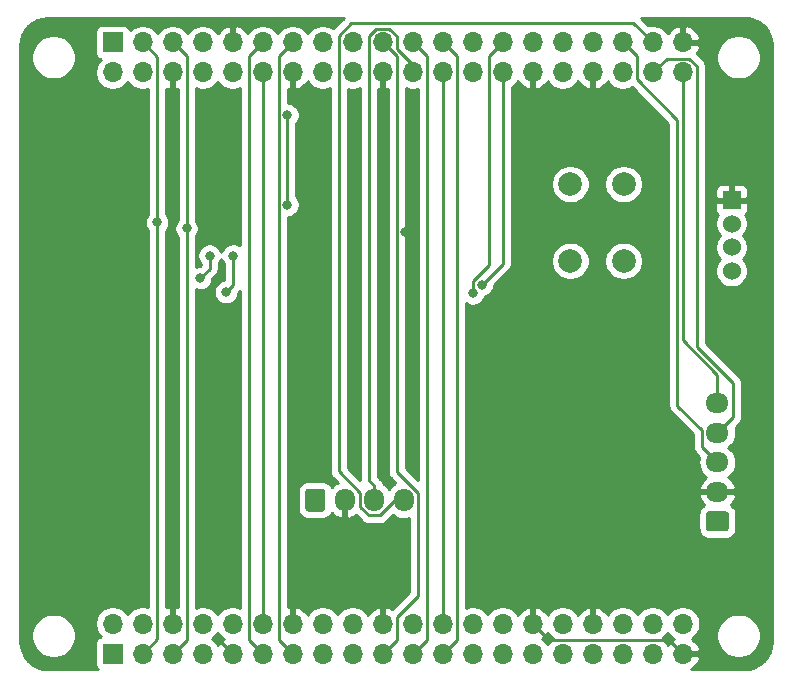
<source format=gbr>
%TF.GenerationSoftware,KiCad,Pcbnew,(5.1.7-0-10_14)*%
%TF.CreationDate,2020-11-05T09:31:43+00:00*%
%TF.ProjectId,ex2device,65783264-6576-4696-9365-2e6b69636164,1.2*%
%TF.SameCoordinates,Original*%
%TF.FileFunction,Copper,L2,Bot*%
%TF.FilePolarity,Positive*%
%FSLAX46Y46*%
G04 Gerber Fmt 4.6, Leading zero omitted, Abs format (unit mm)*
G04 Created by KiCad (PCBNEW (5.1.7-0-10_14)) date 2020-11-05 09:31:43*
%MOMM*%
%LPD*%
G01*
G04 APERTURE LIST*
%TA.AperFunction,ComponentPad*%
%ADD10C,2.000000*%
%TD*%
%TA.AperFunction,ComponentPad*%
%ADD11O,1.950000X1.700000*%
%TD*%
%TA.AperFunction,ComponentPad*%
%ADD12R,1.700000X1.700000*%
%TD*%
%TA.AperFunction,ComponentPad*%
%ADD13O,1.700000X1.700000*%
%TD*%
%TA.AperFunction,ComponentPad*%
%ADD14O,1.700000X1.950000*%
%TD*%
%TA.AperFunction,ComponentPad*%
%ADD15C,1.524000*%
%TD*%
%TA.AperFunction,ComponentPad*%
%ADD16R,1.524000X1.524000*%
%TD*%
%TA.AperFunction,ViaPad*%
%ADD17C,0.800000*%
%TD*%
%TA.AperFunction,Conductor*%
%ADD18C,0.250000*%
%TD*%
%TA.AperFunction,Conductor*%
%ADD19C,0.254000*%
%TD*%
%TA.AperFunction,Conductor*%
%ADD20C,0.100000*%
%TD*%
G04 APERTURE END LIST*
D10*
%TO.P,SW1,1*%
%TO.N,GPIO24*%
X159250000Y-84750000D03*
%TO.P,SW1,2*%
%TO.N,+3V3*%
X154750000Y-84750000D03*
%TO.P,SW1,1*%
%TO.N,GPIO24*%
X159250000Y-78250000D03*
%TO.P,SW1,2*%
%TO.N,+3V3*%
X154750000Y-78250000D03*
%TD*%
D11*
%TO.P,J4,5*%
%TO.N,GPIO21*%
X167200000Y-96800000D03*
%TO.P,J4,4*%
%TO.N,GPIO20*%
X167200000Y-99300000D03*
%TO.P,J4,3*%
%TO.N,GPIO19*%
X167200000Y-101800000D03*
%TO.P,J4,2*%
%TO.N,GND*%
X167200000Y-104300000D03*
%TO.P,J4,1*%
%TO.N,+3V3*%
%TA.AperFunction,ComponentPad*%
G36*
G01*
X167925000Y-107650000D02*
X166475000Y-107650000D01*
G75*
G02*
X166225000Y-107400000I0J250000D01*
G01*
X166225000Y-106200000D01*
G75*
G02*
X166475000Y-105950000I250000J0D01*
G01*
X167925000Y-105950000D01*
G75*
G02*
X168175000Y-106200000I0J-250000D01*
G01*
X168175000Y-107400000D01*
G75*
G02*
X167925000Y-107650000I-250000J0D01*
G01*
G37*
%TD.AperFunction*%
%TD*%
D12*
%TO.P,J1,1*%
%TO.N,+3V3*%
X116000000Y-66250000D03*
D13*
%TO.P,J1,2*%
%TO.N,+5V*%
X116000000Y-68790000D03*
%TO.P,J1,3*%
%TO.N,SDA1*%
X118540000Y-66250000D03*
%TO.P,J1,4*%
%TO.N,+5V*%
X118540000Y-68790000D03*
%TO.P,J1,5*%
%TO.N,SCL1*%
X121080000Y-66250000D03*
%TO.P,J1,6*%
%TO.N,GND*%
X121080000Y-68790000D03*
%TO.P,J1,7*%
%TO.N,W1*%
X123620000Y-66250000D03*
%TO.P,J1,8*%
%TO.N,N/C*%
X123620000Y-68790000D03*
%TO.P,J1,9*%
%TO.N,GND*%
X126160000Y-66250000D03*
%TO.P,J1,10*%
%TO.N,N/C*%
X126160000Y-68790000D03*
%TO.P,J1,11*%
%TO.N,PENIRQ*%
X128700000Y-66250000D03*
%TO.P,J1,12*%
%TO.N,PWM*%
X128700000Y-68790000D03*
%TO.P,J1,13*%
%TO.N,KEYIRQ*%
X131240000Y-66250000D03*
%TO.P,J1,14*%
%TO.N,GND*%
X131240000Y-68790000D03*
%TO.P,J1,15*%
%TO.N,Net-(J1-Pad15)*%
X133780000Y-66250000D03*
%TO.P,J1,16*%
%TO.N,Net-(J1-Pad16)*%
X133780000Y-68790000D03*
%TO.P,J1,17*%
%TO.N,+3V3*%
X136320000Y-66250000D03*
%TO.P,J1,18*%
%TO.N,GPIO24*%
X136320000Y-68790000D03*
%TO.P,J1,19*%
%TO.N,MOSI*%
X138860000Y-66250000D03*
%TO.P,J1,20*%
%TO.N,GND*%
X138860000Y-68790000D03*
%TO.P,J1,21*%
%TO.N,MISO*%
X141400000Y-66250000D03*
%TO.P,J1,22*%
%TO.N,GPIO25*%
X141400000Y-68790000D03*
%TO.P,J1,23*%
%TO.N,SCK*%
X143940000Y-66250000D03*
%TO.P,J1,24*%
%TO.N,SPI-CS0*%
X143940000Y-68790000D03*
%TO.P,J1,25*%
%TO.N,GND*%
X146480000Y-66250000D03*
%TO.P,J1,26*%
%TO.N,N/C*%
X146480000Y-68790000D03*
%TO.P,J1,27*%
%TO.N,ID_SD*%
X149020000Y-66250000D03*
%TO.P,J1,28*%
%TO.N,ID_SC*%
X149020000Y-68790000D03*
%TO.P,J1,29*%
%TO.N,N/C*%
X151560000Y-66250000D03*
%TO.P,J1,30*%
%TO.N,GND*%
X151560000Y-68790000D03*
%TO.P,J1,31*%
%TO.N,N/C*%
X154100000Y-66250000D03*
%TO.P,J1,32*%
X154100000Y-68790000D03*
%TO.P,J1,33*%
X156640000Y-66250000D03*
%TO.P,J1,34*%
%TO.N,GND*%
X156640000Y-68790000D03*
%TO.P,J1,35*%
%TO.N,GPIO19*%
X159180000Y-66250000D03*
%TO.P,J1,36*%
%TO.N,N/C*%
X159180000Y-68790000D03*
%TO.P,J1,37*%
%TO.N,GPIO26*%
X161720000Y-66250000D03*
%TO.P,J1,38*%
%TO.N,GPIO20*%
X161720000Y-68790000D03*
%TO.P,J1,39*%
%TO.N,GND*%
X164260000Y-66250000D03*
%TO.P,J1,40*%
%TO.N,GPIO21*%
X164260000Y-68790000D03*
%TD*%
D14*
%TO.P,J5,4*%
%TO.N,GPIO26*%
X140650000Y-105000000D03*
%TO.P,J5,3*%
%TO.N,GPIO25*%
X138150000Y-105000000D03*
%TO.P,J5,2*%
%TO.N,GND*%
X135650000Y-105000000D03*
%TO.P,J5,1*%
%TO.N,+3V3*%
%TA.AperFunction,ComponentPad*%
G36*
G01*
X132300000Y-105725000D02*
X132300000Y-104275000D01*
G75*
G02*
X132550000Y-104025000I250000J0D01*
G01*
X133750000Y-104025000D01*
G75*
G02*
X134000000Y-104275000I0J-250000D01*
G01*
X134000000Y-105725000D01*
G75*
G02*
X133750000Y-105975000I-250000J0D01*
G01*
X132550000Y-105975000D01*
G75*
G02*
X132300000Y-105725000I0J250000D01*
G01*
G37*
%TD.AperFunction*%
%TD*%
D15*
%TO.P,J3,4*%
%TO.N,SCL1*%
X168400000Y-85600000D03*
%TO.P,J3,3*%
%TO.N,SDA1*%
X168400000Y-83600000D03*
%TO.P,J3,2*%
%TO.N,+3V3*%
X168400000Y-81600000D03*
D16*
%TO.P,J3,1*%
%TO.N,GND*%
X168400000Y-79600000D03*
%TD*%
D12*
%TO.P,J2,1*%
%TO.N,+3V3*%
X116000000Y-118000000D03*
D13*
%TO.P,J2,2*%
%TO.N,+5V*%
X116000000Y-115460000D03*
%TO.P,J2,3*%
%TO.N,SDA1*%
X118540000Y-118000000D03*
%TO.P,J2,4*%
%TO.N,+5V*%
X118540000Y-115460000D03*
%TO.P,J2,5*%
%TO.N,SCL1*%
X121080000Y-118000000D03*
%TO.P,J2,6*%
%TO.N,GND*%
X121080000Y-115460000D03*
%TO.P,J2,7*%
%TO.N,N/C*%
X123620000Y-118000000D03*
%TO.P,J2,8*%
X123620000Y-115460000D03*
%TO.P,J2,9*%
%TO.N,GND*%
X126160000Y-118000000D03*
%TO.P,J2,10*%
%TO.N,N/C*%
X126160000Y-115460000D03*
%TO.P,J2,11*%
%TO.N,PENIRQ*%
X128700000Y-118000000D03*
%TO.P,J2,12*%
%TO.N,PWM*%
X128700000Y-115460000D03*
%TO.P,J2,13*%
%TO.N,KEYIRQ*%
X131240000Y-118000000D03*
%TO.P,J2,14*%
%TO.N,GND*%
X131240000Y-115460000D03*
%TO.P,J2,15*%
%TO.N,N/C*%
X133780000Y-118000000D03*
%TO.P,J2,16*%
X133780000Y-115460000D03*
%TO.P,J2,17*%
%TO.N,+3V3*%
X136320000Y-118000000D03*
%TO.P,J2,18*%
%TO.N,N/C*%
X136320000Y-115460000D03*
%TO.P,J2,19*%
%TO.N,MOSI*%
X138860000Y-118000000D03*
%TO.P,J2,20*%
%TO.N,GND*%
X138860000Y-115460000D03*
%TO.P,J2,21*%
%TO.N,MISO*%
X141400000Y-118000000D03*
%TO.P,J2,22*%
%TO.N,N/C*%
X141400000Y-115460000D03*
%TO.P,J2,23*%
%TO.N,SCK*%
X143940000Y-118000000D03*
%TO.P,J2,24*%
%TO.N,SPI-CS0*%
X143940000Y-115460000D03*
%TO.P,J2,25*%
%TO.N,GND*%
X146480000Y-118000000D03*
%TO.P,J2,26*%
%TO.N,N/C*%
X146480000Y-115460000D03*
%TO.P,J2,27*%
X149020000Y-118000000D03*
%TO.P,J2,28*%
X149020000Y-115460000D03*
%TO.P,J2,29*%
X151560000Y-118000000D03*
%TO.P,J2,30*%
%TO.N,GND*%
X151560000Y-115460000D03*
%TO.P,J2,31*%
%TO.N,N/C*%
X154100000Y-118000000D03*
%TO.P,J2,32*%
X154100000Y-115460000D03*
%TO.P,J2,33*%
X156640000Y-118000000D03*
%TO.P,J2,34*%
%TO.N,GND*%
X156640000Y-115460000D03*
%TO.P,J2,35*%
%TO.N,N/C*%
X159180000Y-118000000D03*
%TO.P,J2,36*%
X159180000Y-115460000D03*
%TO.P,J2,37*%
X161720000Y-118000000D03*
%TO.P,J2,38*%
X161720000Y-115460000D03*
%TO.P,J2,39*%
%TO.N,GND*%
X164260000Y-118000000D03*
%TO.P,J2,40*%
%TO.N,N/C*%
X164260000Y-115460000D03*
%TD*%
D17*
%TO.N,GND*%
X118668068Y-87418068D03*
X123648768Y-87648768D03*
X153000000Y-88250000D03*
X125350000Y-71800000D03*
X117200000Y-75400000D03*
X136400000Y-93600000D03*
X136400000Y-101400000D03*
X111000000Y-110600000D03*
X138800000Y-93600000D03*
X140760001Y-82335000D03*
X141400000Y-71000000D03*
%TO.N,ID_SC*%
X147250000Y-86750000D03*
%TO.N,ID_SD*%
X146500000Y-87500000D03*
%TO.N,+3V3*%
X130800000Y-72400000D03*
X130800000Y-80000000D03*
%TO.N,SCL1*%
X122255001Y-81994999D03*
%TO.N,SDA1*%
X119765001Y-81484999D03*
%TO.N,Net-(Q1-Pad1)*%
X126200000Y-84300000D03*
X125600000Y-87400000D03*
%TO.N,Net-(Q2-Pad1)*%
X124200000Y-84300000D03*
X123400000Y-86200000D03*
%TD*%
D18*
%TO.N,GND*%
X163084999Y-116824999D02*
X164260000Y-118000000D01*
X152924999Y-116824999D02*
X163084999Y-116824999D01*
X151560000Y-115460000D02*
X152924999Y-116824999D01*
X125200000Y-117040000D02*
X126160000Y-118000000D01*
%TO.N,ID_SC*%
X149020000Y-68790000D02*
X149020000Y-84980000D01*
X149020000Y-84980000D02*
X147250000Y-86750000D01*
X147250000Y-86750000D02*
X147250000Y-86750000D01*
%TO.N,ID_SD*%
X147844999Y-85081999D02*
X146500000Y-86426998D01*
X147844999Y-67425001D02*
X147844999Y-85081999D01*
X149020000Y-66250000D02*
X147844999Y-67425001D01*
X146500000Y-86426998D02*
X146500000Y-87500000D01*
%TO.N,SPI-CS0*%
X143940000Y-68790000D02*
X143940000Y-115460000D01*
%TO.N,SCK*%
X145115001Y-67425001D02*
X143940000Y-66250000D01*
X145115001Y-116824999D02*
X145115001Y-67425001D01*
X143940000Y-118000000D02*
X145115001Y-116824999D01*
%TO.N,MISO*%
X142575001Y-116824999D02*
X141400000Y-118000000D01*
X142575001Y-67425001D02*
X142575001Y-116824999D01*
X141400000Y-66250000D02*
X142575001Y-67425001D01*
%TO.N,MOSI*%
X140035001Y-114895999D02*
X140035001Y-116824999D01*
X141825010Y-113105990D02*
X140035001Y-114895999D01*
X141825010Y-104388295D02*
X141825010Y-113105990D01*
X140035001Y-102598286D02*
X141825010Y-104388295D01*
X140035001Y-67425001D02*
X140035001Y-102598286D01*
X140035001Y-116824999D02*
X138860000Y-118000000D01*
X138860000Y-66250000D02*
X140035001Y-67425001D01*
%TO.N,+3V3*%
X130800000Y-80000000D02*
X130800000Y-72400000D01*
%TO.N,KEYIRQ*%
X130064999Y-116824999D02*
X131240000Y-118000000D01*
X130064999Y-67425001D02*
X130064999Y-116824999D01*
X131240000Y-66250000D02*
X130064999Y-67425001D01*
%TO.N,PWM*%
X128700000Y-68790000D02*
X128700000Y-115460000D01*
%TO.N,PENIRQ*%
X127524999Y-116824999D02*
X128700000Y-118000000D01*
X127524999Y-67425001D02*
X127524999Y-116824999D01*
X128700000Y-66250000D02*
X127524999Y-67425001D01*
%TO.N,SCL1*%
X122255001Y-116824999D02*
X121080000Y-118000000D01*
X121080000Y-66250000D02*
X122255001Y-67425001D01*
X122255001Y-81994999D02*
X122255001Y-116824999D01*
X122255001Y-67425001D02*
X122255001Y-81994999D01*
%TO.N,SDA1*%
X119765001Y-67475001D02*
X118540000Y-66250000D01*
X118540000Y-118000000D02*
X119765001Y-116774999D01*
X119765001Y-81484999D02*
X119765001Y-67475001D01*
X119765001Y-116774999D02*
X119765001Y-81484999D01*
%TO.N,Net-(Q1-Pad1)*%
X126200000Y-84300000D02*
X126200000Y-86800000D01*
X126200000Y-86800000D02*
X125600000Y-87400000D01*
%TO.N,Net-(Q2-Pad1)*%
X124200000Y-85400000D02*
X123400000Y-86200000D01*
X124200000Y-84300000D02*
X124200000Y-85400000D01*
%TO.N,GPIO21*%
X167200000Y-94400000D02*
X164260000Y-91460000D01*
X167200000Y-96800000D02*
X167200000Y-94400000D01*
X164260000Y-68790000D02*
X164260000Y-91460000D01*
%TO.N,GPIO20*%
X168500010Y-95063600D02*
X168500010Y-97999990D01*
X165435001Y-68225999D02*
X165435001Y-91998591D01*
X161720000Y-68790000D02*
X162895001Y-67614999D01*
X165435001Y-91998591D02*
X168500010Y-95063600D01*
X164824001Y-67614999D02*
X165435001Y-68225999D01*
X168500010Y-97999990D02*
X167200000Y-99300000D01*
X162895001Y-67614999D02*
X164824001Y-67614999D01*
%TO.N,GPIO26*%
X136206009Y-64624989D02*
X160094989Y-64624989D01*
X160094989Y-64624989D02*
X161720000Y-66250000D01*
X135144999Y-65685999D02*
X136206009Y-64624989D01*
X135144999Y-102558304D02*
X135144999Y-65685999D01*
X136974990Y-104388295D02*
X135144999Y-102558304D01*
X136974990Y-105611705D02*
X136974990Y-104388295D01*
X137663295Y-106300010D02*
X136974990Y-105611705D01*
X138636705Y-106300010D02*
X137663295Y-106300010D01*
X139936715Y-105000000D02*
X138636705Y-106300010D01*
X140650000Y-105000000D02*
X139936715Y-105000000D01*
%TO.N,GPIO19*%
X165899990Y-100499990D02*
X167200000Y-101800000D01*
X165899990Y-99099990D02*
X165899990Y-100499990D01*
X160355001Y-69354001D02*
X163809990Y-72808990D01*
X163809990Y-97009990D02*
X165899990Y-99099990D01*
X163809990Y-72808990D02*
X163809990Y-97009990D01*
X160355001Y-67425001D02*
X160355001Y-69354001D01*
X159180000Y-66250000D02*
X160355001Y-67425001D01*
%TO.N,GPIO25*%
X141400000Y-68153590D02*
X141400000Y-68790000D01*
X140035001Y-66788591D02*
X141400000Y-68153590D01*
X140035001Y-65685999D02*
X140035001Y-66788591D01*
X139424001Y-65074999D02*
X140035001Y-65685999D01*
X137684999Y-103309999D02*
X137684999Y-65685999D01*
X138295999Y-65074999D02*
X139424001Y-65074999D01*
X137684999Y-65685999D02*
X138295999Y-65074999D01*
X138150000Y-103775000D02*
X137684999Y-103309999D01*
X138150000Y-105000000D02*
X138150000Y-103775000D01*
%TD*%
D19*
%TO.N,GND*%
X169873485Y-64216966D02*
X170309819Y-64332991D01*
X170715301Y-64531555D01*
X171074496Y-64805097D01*
X171373719Y-65143199D01*
X171601572Y-65532979D01*
X171749376Y-65959592D01*
X171815000Y-66431964D01*
X171815001Y-116966485D01*
X171767688Y-117449016D01*
X171637287Y-117880927D01*
X171425480Y-118279280D01*
X171140325Y-118628914D01*
X170792697Y-118916497D01*
X170395825Y-119131085D01*
X169964834Y-119264500D01*
X169484346Y-119315000D01*
X164935889Y-119315000D01*
X165026920Y-119271641D01*
X165260269Y-119097588D01*
X165455178Y-118881355D01*
X165604157Y-118631252D01*
X165701481Y-118356891D01*
X165580814Y-118127000D01*
X164387000Y-118127000D01*
X164387000Y-118147000D01*
X164133000Y-118147000D01*
X164133000Y-118127000D01*
X164113000Y-118127000D01*
X164113000Y-117873000D01*
X164133000Y-117873000D01*
X164133000Y-117853000D01*
X164387000Y-117853000D01*
X164387000Y-117873000D01*
X165580814Y-117873000D01*
X165701481Y-117643109D01*
X165604157Y-117368748D01*
X165455178Y-117118645D01*
X165260269Y-116902412D01*
X165030594Y-116731100D01*
X165206632Y-116613475D01*
X165413475Y-116406632D01*
X165475139Y-116314344D01*
X167115000Y-116314344D01*
X167115000Y-116685656D01*
X167187439Y-117049834D01*
X167329534Y-117392882D01*
X167535825Y-117701618D01*
X167798382Y-117964175D01*
X168107118Y-118170466D01*
X168450166Y-118312561D01*
X168814344Y-118385000D01*
X169185656Y-118385000D01*
X169549834Y-118312561D01*
X169892882Y-118170466D01*
X170201618Y-117964175D01*
X170464175Y-117701618D01*
X170670466Y-117392882D01*
X170812561Y-117049834D01*
X170885000Y-116685656D01*
X170885000Y-116314344D01*
X170812561Y-115950166D01*
X170670466Y-115607118D01*
X170464175Y-115298382D01*
X170201618Y-115035825D01*
X169892882Y-114829534D01*
X169549834Y-114687439D01*
X169185656Y-114615000D01*
X168814344Y-114615000D01*
X168450166Y-114687439D01*
X168107118Y-114829534D01*
X167798382Y-115035825D01*
X167535825Y-115298382D01*
X167329534Y-115607118D01*
X167187439Y-115950166D01*
X167115000Y-116314344D01*
X165475139Y-116314344D01*
X165575990Y-116163411D01*
X165687932Y-115893158D01*
X165745000Y-115606260D01*
X165745000Y-115313740D01*
X165687932Y-115026842D01*
X165575990Y-114756589D01*
X165413475Y-114513368D01*
X165206632Y-114306525D01*
X164963411Y-114144010D01*
X164693158Y-114032068D01*
X164406260Y-113975000D01*
X164113740Y-113975000D01*
X163826842Y-114032068D01*
X163556589Y-114144010D01*
X163313368Y-114306525D01*
X163106525Y-114513368D01*
X162990000Y-114687760D01*
X162873475Y-114513368D01*
X162666632Y-114306525D01*
X162423411Y-114144010D01*
X162153158Y-114032068D01*
X161866260Y-113975000D01*
X161573740Y-113975000D01*
X161286842Y-114032068D01*
X161016589Y-114144010D01*
X160773368Y-114306525D01*
X160566525Y-114513368D01*
X160450000Y-114687760D01*
X160333475Y-114513368D01*
X160126632Y-114306525D01*
X159883411Y-114144010D01*
X159613158Y-114032068D01*
X159326260Y-113975000D01*
X159033740Y-113975000D01*
X158746842Y-114032068D01*
X158476589Y-114144010D01*
X158233368Y-114306525D01*
X158026525Y-114513368D01*
X157904805Y-114695534D01*
X157835178Y-114578645D01*
X157640269Y-114362412D01*
X157406920Y-114188359D01*
X157144099Y-114063175D01*
X156996890Y-114018524D01*
X156767000Y-114139845D01*
X156767000Y-115333000D01*
X156787000Y-115333000D01*
X156787000Y-115587000D01*
X156767000Y-115587000D01*
X156767000Y-115607000D01*
X156513000Y-115607000D01*
X156513000Y-115587000D01*
X156493000Y-115587000D01*
X156493000Y-115333000D01*
X156513000Y-115333000D01*
X156513000Y-114139845D01*
X156283110Y-114018524D01*
X156135901Y-114063175D01*
X155873080Y-114188359D01*
X155639731Y-114362412D01*
X155444822Y-114578645D01*
X155375195Y-114695534D01*
X155253475Y-114513368D01*
X155046632Y-114306525D01*
X154803411Y-114144010D01*
X154533158Y-114032068D01*
X154246260Y-113975000D01*
X153953740Y-113975000D01*
X153666842Y-114032068D01*
X153396589Y-114144010D01*
X153153368Y-114306525D01*
X152946525Y-114513368D01*
X152824805Y-114695534D01*
X152755178Y-114578645D01*
X152560269Y-114362412D01*
X152326920Y-114188359D01*
X152064099Y-114063175D01*
X151916890Y-114018524D01*
X151687000Y-114139845D01*
X151687000Y-115333000D01*
X151707000Y-115333000D01*
X151707000Y-115587000D01*
X151687000Y-115587000D01*
X151687000Y-115607000D01*
X151433000Y-115607000D01*
X151433000Y-115587000D01*
X151413000Y-115587000D01*
X151413000Y-115333000D01*
X151433000Y-115333000D01*
X151433000Y-114139845D01*
X151203110Y-114018524D01*
X151055901Y-114063175D01*
X150793080Y-114188359D01*
X150559731Y-114362412D01*
X150364822Y-114578645D01*
X150295195Y-114695534D01*
X150173475Y-114513368D01*
X149966632Y-114306525D01*
X149723411Y-114144010D01*
X149453158Y-114032068D01*
X149166260Y-113975000D01*
X148873740Y-113975000D01*
X148586842Y-114032068D01*
X148316589Y-114144010D01*
X148073368Y-114306525D01*
X147866525Y-114513368D01*
X147750000Y-114687760D01*
X147633475Y-114513368D01*
X147426632Y-114306525D01*
X147183411Y-114144010D01*
X146913158Y-114032068D01*
X146626260Y-113975000D01*
X146333740Y-113975000D01*
X146046842Y-114032068D01*
X145875001Y-114103247D01*
X145875001Y-106200000D01*
X165586928Y-106200000D01*
X165586928Y-107400000D01*
X165603992Y-107573254D01*
X165654528Y-107739850D01*
X165736595Y-107893386D01*
X165847038Y-108027962D01*
X165981614Y-108138405D01*
X166135150Y-108220472D01*
X166301746Y-108271008D01*
X166475000Y-108288072D01*
X167925000Y-108288072D01*
X168098254Y-108271008D01*
X168264850Y-108220472D01*
X168418386Y-108138405D01*
X168552962Y-108027962D01*
X168663405Y-107893386D01*
X168745472Y-107739850D01*
X168796008Y-107573254D01*
X168813072Y-107400000D01*
X168813072Y-106200000D01*
X168796008Y-106026746D01*
X168745472Y-105860150D01*
X168663405Y-105706614D01*
X168552962Y-105572038D01*
X168418386Y-105461595D01*
X168313039Y-105405286D01*
X168334429Y-105389049D01*
X168527496Y-105171193D01*
X168674352Y-104919858D01*
X168766476Y-104656890D01*
X168645155Y-104427000D01*
X167327000Y-104427000D01*
X167327000Y-104447000D01*
X167073000Y-104447000D01*
X167073000Y-104427000D01*
X165754845Y-104427000D01*
X165633524Y-104656890D01*
X165725648Y-104919858D01*
X165872504Y-105171193D01*
X166065571Y-105389049D01*
X166086961Y-105405286D01*
X165981614Y-105461595D01*
X165847038Y-105572038D01*
X165736595Y-105706614D01*
X165654528Y-105860150D01*
X165603992Y-106026746D01*
X165586928Y-106200000D01*
X145875001Y-106200000D01*
X145875001Y-88327173D01*
X146009744Y-88417205D01*
X146198102Y-88495226D01*
X146398061Y-88535000D01*
X146601939Y-88535000D01*
X146801898Y-88495226D01*
X146990256Y-88417205D01*
X147159774Y-88303937D01*
X147303937Y-88159774D01*
X147417205Y-87990256D01*
X147495226Y-87801898D01*
X147504628Y-87754628D01*
X147551898Y-87745226D01*
X147740256Y-87667205D01*
X147909774Y-87553937D01*
X148053937Y-87409774D01*
X148167205Y-87240256D01*
X148245226Y-87051898D01*
X148285000Y-86851939D01*
X148285000Y-86789801D01*
X149531003Y-85543799D01*
X149560001Y-85520001D01*
X149586332Y-85487917D01*
X149654974Y-85404277D01*
X149725546Y-85272247D01*
X149739298Y-85226912D01*
X149769003Y-85128986D01*
X149780000Y-85017333D01*
X149780000Y-85017323D01*
X149783676Y-84980001D01*
X149780000Y-84942678D01*
X149780000Y-84588967D01*
X153115000Y-84588967D01*
X153115000Y-84911033D01*
X153177832Y-85226912D01*
X153301082Y-85524463D01*
X153480013Y-85792252D01*
X153707748Y-86019987D01*
X153975537Y-86198918D01*
X154273088Y-86322168D01*
X154588967Y-86385000D01*
X154911033Y-86385000D01*
X155226912Y-86322168D01*
X155524463Y-86198918D01*
X155792252Y-86019987D01*
X156019987Y-85792252D01*
X156198918Y-85524463D01*
X156322168Y-85226912D01*
X156385000Y-84911033D01*
X156385000Y-84588967D01*
X157615000Y-84588967D01*
X157615000Y-84911033D01*
X157677832Y-85226912D01*
X157801082Y-85524463D01*
X157980013Y-85792252D01*
X158207748Y-86019987D01*
X158475537Y-86198918D01*
X158773088Y-86322168D01*
X159088967Y-86385000D01*
X159411033Y-86385000D01*
X159726912Y-86322168D01*
X160024463Y-86198918D01*
X160292252Y-86019987D01*
X160519987Y-85792252D01*
X160698918Y-85524463D01*
X160822168Y-85226912D01*
X160885000Y-84911033D01*
X160885000Y-84588967D01*
X160822168Y-84273088D01*
X160698918Y-83975537D01*
X160519987Y-83707748D01*
X160292252Y-83480013D01*
X160024463Y-83301082D01*
X159726912Y-83177832D01*
X159411033Y-83115000D01*
X159088967Y-83115000D01*
X158773088Y-83177832D01*
X158475537Y-83301082D01*
X158207748Y-83480013D01*
X157980013Y-83707748D01*
X157801082Y-83975537D01*
X157677832Y-84273088D01*
X157615000Y-84588967D01*
X156385000Y-84588967D01*
X156322168Y-84273088D01*
X156198918Y-83975537D01*
X156019987Y-83707748D01*
X155792252Y-83480013D01*
X155524463Y-83301082D01*
X155226912Y-83177832D01*
X154911033Y-83115000D01*
X154588967Y-83115000D01*
X154273088Y-83177832D01*
X153975537Y-83301082D01*
X153707748Y-83480013D01*
X153480013Y-83707748D01*
X153301082Y-83975537D01*
X153177832Y-84273088D01*
X153115000Y-84588967D01*
X149780000Y-84588967D01*
X149780000Y-78088967D01*
X153115000Y-78088967D01*
X153115000Y-78411033D01*
X153177832Y-78726912D01*
X153301082Y-79024463D01*
X153480013Y-79292252D01*
X153707748Y-79519987D01*
X153975537Y-79698918D01*
X154273088Y-79822168D01*
X154588967Y-79885000D01*
X154911033Y-79885000D01*
X155226912Y-79822168D01*
X155524463Y-79698918D01*
X155792252Y-79519987D01*
X156019987Y-79292252D01*
X156198918Y-79024463D01*
X156322168Y-78726912D01*
X156385000Y-78411033D01*
X156385000Y-78088967D01*
X157615000Y-78088967D01*
X157615000Y-78411033D01*
X157677832Y-78726912D01*
X157801082Y-79024463D01*
X157980013Y-79292252D01*
X158207748Y-79519987D01*
X158475537Y-79698918D01*
X158773088Y-79822168D01*
X159088967Y-79885000D01*
X159411033Y-79885000D01*
X159726912Y-79822168D01*
X160024463Y-79698918D01*
X160292252Y-79519987D01*
X160519987Y-79292252D01*
X160698918Y-79024463D01*
X160822168Y-78726912D01*
X160885000Y-78411033D01*
X160885000Y-78088967D01*
X160822168Y-77773088D01*
X160698918Y-77475537D01*
X160519987Y-77207748D01*
X160292252Y-76980013D01*
X160024463Y-76801082D01*
X159726912Y-76677832D01*
X159411033Y-76615000D01*
X159088967Y-76615000D01*
X158773088Y-76677832D01*
X158475537Y-76801082D01*
X158207748Y-76980013D01*
X157980013Y-77207748D01*
X157801082Y-77475537D01*
X157677832Y-77773088D01*
X157615000Y-78088967D01*
X156385000Y-78088967D01*
X156322168Y-77773088D01*
X156198918Y-77475537D01*
X156019987Y-77207748D01*
X155792252Y-76980013D01*
X155524463Y-76801082D01*
X155226912Y-76677832D01*
X154911033Y-76615000D01*
X154588967Y-76615000D01*
X154273088Y-76677832D01*
X153975537Y-76801082D01*
X153707748Y-76980013D01*
X153480013Y-77207748D01*
X153301082Y-77475537D01*
X153177832Y-77773088D01*
X153115000Y-78088967D01*
X149780000Y-78088967D01*
X149780000Y-70068178D01*
X149966632Y-69943475D01*
X150173475Y-69736632D01*
X150295195Y-69554466D01*
X150364822Y-69671355D01*
X150559731Y-69887588D01*
X150793080Y-70061641D01*
X151055901Y-70186825D01*
X151203110Y-70231476D01*
X151433000Y-70110155D01*
X151433000Y-68917000D01*
X151413000Y-68917000D01*
X151413000Y-68663000D01*
X151433000Y-68663000D01*
X151433000Y-68643000D01*
X151687000Y-68643000D01*
X151687000Y-68663000D01*
X151707000Y-68663000D01*
X151707000Y-68917000D01*
X151687000Y-68917000D01*
X151687000Y-70110155D01*
X151916890Y-70231476D01*
X152064099Y-70186825D01*
X152326920Y-70061641D01*
X152560269Y-69887588D01*
X152755178Y-69671355D01*
X152824805Y-69554466D01*
X152946525Y-69736632D01*
X153153368Y-69943475D01*
X153396589Y-70105990D01*
X153666842Y-70217932D01*
X153953740Y-70275000D01*
X154246260Y-70275000D01*
X154533158Y-70217932D01*
X154803411Y-70105990D01*
X155046632Y-69943475D01*
X155253475Y-69736632D01*
X155375195Y-69554466D01*
X155444822Y-69671355D01*
X155639731Y-69887588D01*
X155873080Y-70061641D01*
X156135901Y-70186825D01*
X156283110Y-70231476D01*
X156513000Y-70110155D01*
X156513000Y-68917000D01*
X156493000Y-68917000D01*
X156493000Y-68663000D01*
X156513000Y-68663000D01*
X156513000Y-68643000D01*
X156767000Y-68643000D01*
X156767000Y-68663000D01*
X156787000Y-68663000D01*
X156787000Y-68917000D01*
X156767000Y-68917000D01*
X156767000Y-70110155D01*
X156996890Y-70231476D01*
X157144099Y-70186825D01*
X157406920Y-70061641D01*
X157640269Y-69887588D01*
X157835178Y-69671355D01*
X157904805Y-69554466D01*
X158026525Y-69736632D01*
X158233368Y-69943475D01*
X158476589Y-70105990D01*
X158746842Y-70217932D01*
X159033740Y-70275000D01*
X159326260Y-70275000D01*
X159613158Y-70217932D01*
X159883411Y-70105990D01*
X159972597Y-70046398D01*
X163049990Y-73123792D01*
X163049991Y-96972657D01*
X163046314Y-97009990D01*
X163060988Y-97158975D01*
X163104444Y-97302236D01*
X163175016Y-97434266D01*
X163196127Y-97459989D01*
X163269990Y-97549991D01*
X163298988Y-97573789D01*
X165139990Y-99414792D01*
X165139991Y-100462658D01*
X165136314Y-100499990D01*
X165150988Y-100648975D01*
X165194444Y-100792236D01*
X165265016Y-100924266D01*
X165303359Y-100970986D01*
X165359990Y-101039991D01*
X165388988Y-101063789D01*
X165663296Y-101338097D01*
X165611487Y-101508889D01*
X165582815Y-101800000D01*
X165611487Y-102091111D01*
X165696401Y-102371034D01*
X165834294Y-102629014D01*
X166019866Y-102855134D01*
X166245986Y-103040706D01*
X166271722Y-103054462D01*
X166065571Y-103210951D01*
X165872504Y-103428807D01*
X165725648Y-103680142D01*
X165633524Y-103943110D01*
X165754845Y-104173000D01*
X167073000Y-104173000D01*
X167073000Y-104153000D01*
X167327000Y-104153000D01*
X167327000Y-104173000D01*
X168645155Y-104173000D01*
X168766476Y-103943110D01*
X168674352Y-103680142D01*
X168527496Y-103428807D01*
X168334429Y-103210951D01*
X168128278Y-103054462D01*
X168154014Y-103040706D01*
X168380134Y-102855134D01*
X168565706Y-102629014D01*
X168703599Y-102371034D01*
X168788513Y-102091111D01*
X168817185Y-101800000D01*
X168788513Y-101508889D01*
X168703599Y-101228966D01*
X168565706Y-100970986D01*
X168380134Y-100744866D01*
X168154014Y-100559294D01*
X168136626Y-100550000D01*
X168154014Y-100540706D01*
X168380134Y-100355134D01*
X168565706Y-100129014D01*
X168703599Y-99871034D01*
X168788513Y-99591111D01*
X168817185Y-99300000D01*
X168788513Y-99008889D01*
X168736704Y-98838098D01*
X169011013Y-98563789D01*
X169040011Y-98539991D01*
X169134984Y-98424266D01*
X169205556Y-98292237D01*
X169249013Y-98148976D01*
X169260010Y-98037323D01*
X169260010Y-98037315D01*
X169263686Y-97999990D01*
X169260010Y-97962665D01*
X169260010Y-95100922D01*
X169263686Y-95063599D01*
X169260010Y-95026276D01*
X169260010Y-95026267D01*
X169249013Y-94914614D01*
X169205556Y-94771353D01*
X169134984Y-94639324D01*
X169040011Y-94523599D01*
X169011014Y-94499802D01*
X166195001Y-91683790D01*
X166195001Y-80362000D01*
X166999928Y-80362000D01*
X167012188Y-80486482D01*
X167048498Y-80606180D01*
X167107463Y-80716494D01*
X167186815Y-80813185D01*
X167224766Y-80844330D01*
X167161995Y-80938273D01*
X167056686Y-81192510D01*
X167003000Y-81462408D01*
X167003000Y-81737592D01*
X167056686Y-82007490D01*
X167161995Y-82261727D01*
X167314880Y-82490535D01*
X167424345Y-82600000D01*
X167314880Y-82709465D01*
X167161995Y-82938273D01*
X167056686Y-83192510D01*
X167003000Y-83462408D01*
X167003000Y-83737592D01*
X167056686Y-84007490D01*
X167161995Y-84261727D01*
X167314880Y-84490535D01*
X167424345Y-84600000D01*
X167314880Y-84709465D01*
X167161995Y-84938273D01*
X167056686Y-85192510D01*
X167003000Y-85462408D01*
X167003000Y-85737592D01*
X167056686Y-86007490D01*
X167161995Y-86261727D01*
X167314880Y-86490535D01*
X167509465Y-86685120D01*
X167738273Y-86838005D01*
X167992510Y-86943314D01*
X168262408Y-86997000D01*
X168537592Y-86997000D01*
X168807490Y-86943314D01*
X169061727Y-86838005D01*
X169290535Y-86685120D01*
X169485120Y-86490535D01*
X169638005Y-86261727D01*
X169743314Y-86007490D01*
X169797000Y-85737592D01*
X169797000Y-85462408D01*
X169743314Y-85192510D01*
X169638005Y-84938273D01*
X169485120Y-84709465D01*
X169375655Y-84600000D01*
X169485120Y-84490535D01*
X169638005Y-84261727D01*
X169743314Y-84007490D01*
X169797000Y-83737592D01*
X169797000Y-83462408D01*
X169743314Y-83192510D01*
X169638005Y-82938273D01*
X169485120Y-82709465D01*
X169375655Y-82600000D01*
X169485120Y-82490535D01*
X169638005Y-82261727D01*
X169743314Y-82007490D01*
X169797000Y-81737592D01*
X169797000Y-81462408D01*
X169743314Y-81192510D01*
X169638005Y-80938273D01*
X169575234Y-80844330D01*
X169613185Y-80813185D01*
X169692537Y-80716494D01*
X169751502Y-80606180D01*
X169787812Y-80486482D01*
X169800072Y-80362000D01*
X169797000Y-79885750D01*
X169638250Y-79727000D01*
X168527000Y-79727000D01*
X168527000Y-79747000D01*
X168273000Y-79747000D01*
X168273000Y-79727000D01*
X167161750Y-79727000D01*
X167003000Y-79885750D01*
X166999928Y-80362000D01*
X166195001Y-80362000D01*
X166195001Y-78838000D01*
X166999928Y-78838000D01*
X167003000Y-79314250D01*
X167161750Y-79473000D01*
X168273000Y-79473000D01*
X168273000Y-78361750D01*
X168527000Y-78361750D01*
X168527000Y-79473000D01*
X169638250Y-79473000D01*
X169797000Y-79314250D01*
X169800072Y-78838000D01*
X169787812Y-78713518D01*
X169751502Y-78593820D01*
X169692537Y-78483506D01*
X169613185Y-78386815D01*
X169516494Y-78307463D01*
X169406180Y-78248498D01*
X169286482Y-78212188D01*
X169162000Y-78199928D01*
X168685750Y-78203000D01*
X168527000Y-78361750D01*
X168273000Y-78361750D01*
X168114250Y-78203000D01*
X167638000Y-78199928D01*
X167513518Y-78212188D01*
X167393820Y-78248498D01*
X167283506Y-78307463D01*
X167186815Y-78386815D01*
X167107463Y-78483506D01*
X167048498Y-78593820D01*
X167012188Y-78713518D01*
X166999928Y-78838000D01*
X166195001Y-78838000D01*
X166195001Y-68263321D01*
X166198677Y-68225998D01*
X166195001Y-68188675D01*
X166195001Y-68188666D01*
X166184004Y-68077013D01*
X166140547Y-67933752D01*
X166069975Y-67801723D01*
X166039004Y-67763985D01*
X165998800Y-67714995D01*
X165998796Y-67714991D01*
X165975002Y-67685998D01*
X165946010Y-67662205D01*
X165598148Y-67314344D01*
X167115000Y-67314344D01*
X167115000Y-67685656D01*
X167187439Y-68049834D01*
X167329534Y-68392882D01*
X167535825Y-68701618D01*
X167798382Y-68964175D01*
X168107118Y-69170466D01*
X168450166Y-69312561D01*
X168814344Y-69385000D01*
X169185656Y-69385000D01*
X169549834Y-69312561D01*
X169892882Y-69170466D01*
X170201618Y-68964175D01*
X170464175Y-68701618D01*
X170670466Y-68392882D01*
X170812561Y-68049834D01*
X170885000Y-67685656D01*
X170885000Y-67314344D01*
X170812561Y-66950166D01*
X170670466Y-66607118D01*
X170464175Y-66298382D01*
X170201618Y-66035825D01*
X169892882Y-65829534D01*
X169549834Y-65687439D01*
X169185656Y-65615000D01*
X168814344Y-65615000D01*
X168450166Y-65687439D01*
X168107118Y-65829534D01*
X167798382Y-66035825D01*
X167535825Y-66298382D01*
X167329534Y-66607118D01*
X167187439Y-66950166D01*
X167115000Y-67314344D01*
X165598148Y-67314344D01*
X165436206Y-67152403D01*
X165455178Y-67131355D01*
X165604157Y-66881252D01*
X165701481Y-66606891D01*
X165580814Y-66377000D01*
X164387000Y-66377000D01*
X164387000Y-66397000D01*
X164133000Y-66397000D01*
X164133000Y-66377000D01*
X164113000Y-66377000D01*
X164113000Y-66123000D01*
X164133000Y-66123000D01*
X164133000Y-64929845D01*
X164387000Y-64929845D01*
X164387000Y-66123000D01*
X165580814Y-66123000D01*
X165701481Y-65893109D01*
X165604157Y-65618748D01*
X165455178Y-65368645D01*
X165260269Y-65152412D01*
X165026920Y-64978359D01*
X164764099Y-64853175D01*
X164616890Y-64808524D01*
X164387000Y-64929845D01*
X164133000Y-64929845D01*
X163903110Y-64808524D01*
X163755901Y-64853175D01*
X163493080Y-64978359D01*
X163259731Y-65152412D01*
X163064822Y-65368645D01*
X162995195Y-65485534D01*
X162873475Y-65303368D01*
X162666632Y-65096525D01*
X162423411Y-64934010D01*
X162153158Y-64822068D01*
X161866260Y-64765000D01*
X161573740Y-64765000D01*
X161353592Y-64808791D01*
X160729801Y-64185000D01*
X169377934Y-64185000D01*
X169873485Y-64216966D01*
%TA.AperFunction,Conductor*%
D20*
G36*
X169873485Y-64216966D02*
G01*
X170309819Y-64332991D01*
X170715301Y-64531555D01*
X171074496Y-64805097D01*
X171373719Y-65143199D01*
X171601572Y-65532979D01*
X171749376Y-65959592D01*
X171815000Y-66431964D01*
X171815001Y-116966485D01*
X171767688Y-117449016D01*
X171637287Y-117880927D01*
X171425480Y-118279280D01*
X171140325Y-118628914D01*
X170792697Y-118916497D01*
X170395825Y-119131085D01*
X169964834Y-119264500D01*
X169484346Y-119315000D01*
X164935889Y-119315000D01*
X165026920Y-119271641D01*
X165260269Y-119097588D01*
X165455178Y-118881355D01*
X165604157Y-118631252D01*
X165701481Y-118356891D01*
X165580814Y-118127000D01*
X164387000Y-118127000D01*
X164387000Y-118147000D01*
X164133000Y-118147000D01*
X164133000Y-118127000D01*
X164113000Y-118127000D01*
X164113000Y-117873000D01*
X164133000Y-117873000D01*
X164133000Y-117853000D01*
X164387000Y-117853000D01*
X164387000Y-117873000D01*
X165580814Y-117873000D01*
X165701481Y-117643109D01*
X165604157Y-117368748D01*
X165455178Y-117118645D01*
X165260269Y-116902412D01*
X165030594Y-116731100D01*
X165206632Y-116613475D01*
X165413475Y-116406632D01*
X165475139Y-116314344D01*
X167115000Y-116314344D01*
X167115000Y-116685656D01*
X167187439Y-117049834D01*
X167329534Y-117392882D01*
X167535825Y-117701618D01*
X167798382Y-117964175D01*
X168107118Y-118170466D01*
X168450166Y-118312561D01*
X168814344Y-118385000D01*
X169185656Y-118385000D01*
X169549834Y-118312561D01*
X169892882Y-118170466D01*
X170201618Y-117964175D01*
X170464175Y-117701618D01*
X170670466Y-117392882D01*
X170812561Y-117049834D01*
X170885000Y-116685656D01*
X170885000Y-116314344D01*
X170812561Y-115950166D01*
X170670466Y-115607118D01*
X170464175Y-115298382D01*
X170201618Y-115035825D01*
X169892882Y-114829534D01*
X169549834Y-114687439D01*
X169185656Y-114615000D01*
X168814344Y-114615000D01*
X168450166Y-114687439D01*
X168107118Y-114829534D01*
X167798382Y-115035825D01*
X167535825Y-115298382D01*
X167329534Y-115607118D01*
X167187439Y-115950166D01*
X167115000Y-116314344D01*
X165475139Y-116314344D01*
X165575990Y-116163411D01*
X165687932Y-115893158D01*
X165745000Y-115606260D01*
X165745000Y-115313740D01*
X165687932Y-115026842D01*
X165575990Y-114756589D01*
X165413475Y-114513368D01*
X165206632Y-114306525D01*
X164963411Y-114144010D01*
X164693158Y-114032068D01*
X164406260Y-113975000D01*
X164113740Y-113975000D01*
X163826842Y-114032068D01*
X163556589Y-114144010D01*
X163313368Y-114306525D01*
X163106525Y-114513368D01*
X162990000Y-114687760D01*
X162873475Y-114513368D01*
X162666632Y-114306525D01*
X162423411Y-114144010D01*
X162153158Y-114032068D01*
X161866260Y-113975000D01*
X161573740Y-113975000D01*
X161286842Y-114032068D01*
X161016589Y-114144010D01*
X160773368Y-114306525D01*
X160566525Y-114513368D01*
X160450000Y-114687760D01*
X160333475Y-114513368D01*
X160126632Y-114306525D01*
X159883411Y-114144010D01*
X159613158Y-114032068D01*
X159326260Y-113975000D01*
X159033740Y-113975000D01*
X158746842Y-114032068D01*
X158476589Y-114144010D01*
X158233368Y-114306525D01*
X158026525Y-114513368D01*
X157904805Y-114695534D01*
X157835178Y-114578645D01*
X157640269Y-114362412D01*
X157406920Y-114188359D01*
X157144099Y-114063175D01*
X156996890Y-114018524D01*
X156767000Y-114139845D01*
X156767000Y-115333000D01*
X156787000Y-115333000D01*
X156787000Y-115587000D01*
X156767000Y-115587000D01*
X156767000Y-115607000D01*
X156513000Y-115607000D01*
X156513000Y-115587000D01*
X156493000Y-115587000D01*
X156493000Y-115333000D01*
X156513000Y-115333000D01*
X156513000Y-114139845D01*
X156283110Y-114018524D01*
X156135901Y-114063175D01*
X155873080Y-114188359D01*
X155639731Y-114362412D01*
X155444822Y-114578645D01*
X155375195Y-114695534D01*
X155253475Y-114513368D01*
X155046632Y-114306525D01*
X154803411Y-114144010D01*
X154533158Y-114032068D01*
X154246260Y-113975000D01*
X153953740Y-113975000D01*
X153666842Y-114032068D01*
X153396589Y-114144010D01*
X153153368Y-114306525D01*
X152946525Y-114513368D01*
X152824805Y-114695534D01*
X152755178Y-114578645D01*
X152560269Y-114362412D01*
X152326920Y-114188359D01*
X152064099Y-114063175D01*
X151916890Y-114018524D01*
X151687000Y-114139845D01*
X151687000Y-115333000D01*
X151707000Y-115333000D01*
X151707000Y-115587000D01*
X151687000Y-115587000D01*
X151687000Y-115607000D01*
X151433000Y-115607000D01*
X151433000Y-115587000D01*
X151413000Y-115587000D01*
X151413000Y-115333000D01*
X151433000Y-115333000D01*
X151433000Y-114139845D01*
X151203110Y-114018524D01*
X151055901Y-114063175D01*
X150793080Y-114188359D01*
X150559731Y-114362412D01*
X150364822Y-114578645D01*
X150295195Y-114695534D01*
X150173475Y-114513368D01*
X149966632Y-114306525D01*
X149723411Y-114144010D01*
X149453158Y-114032068D01*
X149166260Y-113975000D01*
X148873740Y-113975000D01*
X148586842Y-114032068D01*
X148316589Y-114144010D01*
X148073368Y-114306525D01*
X147866525Y-114513368D01*
X147750000Y-114687760D01*
X147633475Y-114513368D01*
X147426632Y-114306525D01*
X147183411Y-114144010D01*
X146913158Y-114032068D01*
X146626260Y-113975000D01*
X146333740Y-113975000D01*
X146046842Y-114032068D01*
X145875001Y-114103247D01*
X145875001Y-106200000D01*
X165586928Y-106200000D01*
X165586928Y-107400000D01*
X165603992Y-107573254D01*
X165654528Y-107739850D01*
X165736595Y-107893386D01*
X165847038Y-108027962D01*
X165981614Y-108138405D01*
X166135150Y-108220472D01*
X166301746Y-108271008D01*
X166475000Y-108288072D01*
X167925000Y-108288072D01*
X168098254Y-108271008D01*
X168264850Y-108220472D01*
X168418386Y-108138405D01*
X168552962Y-108027962D01*
X168663405Y-107893386D01*
X168745472Y-107739850D01*
X168796008Y-107573254D01*
X168813072Y-107400000D01*
X168813072Y-106200000D01*
X168796008Y-106026746D01*
X168745472Y-105860150D01*
X168663405Y-105706614D01*
X168552962Y-105572038D01*
X168418386Y-105461595D01*
X168313039Y-105405286D01*
X168334429Y-105389049D01*
X168527496Y-105171193D01*
X168674352Y-104919858D01*
X168766476Y-104656890D01*
X168645155Y-104427000D01*
X167327000Y-104427000D01*
X167327000Y-104447000D01*
X167073000Y-104447000D01*
X167073000Y-104427000D01*
X165754845Y-104427000D01*
X165633524Y-104656890D01*
X165725648Y-104919858D01*
X165872504Y-105171193D01*
X166065571Y-105389049D01*
X166086961Y-105405286D01*
X165981614Y-105461595D01*
X165847038Y-105572038D01*
X165736595Y-105706614D01*
X165654528Y-105860150D01*
X165603992Y-106026746D01*
X165586928Y-106200000D01*
X145875001Y-106200000D01*
X145875001Y-88327173D01*
X146009744Y-88417205D01*
X146198102Y-88495226D01*
X146398061Y-88535000D01*
X146601939Y-88535000D01*
X146801898Y-88495226D01*
X146990256Y-88417205D01*
X147159774Y-88303937D01*
X147303937Y-88159774D01*
X147417205Y-87990256D01*
X147495226Y-87801898D01*
X147504628Y-87754628D01*
X147551898Y-87745226D01*
X147740256Y-87667205D01*
X147909774Y-87553937D01*
X148053937Y-87409774D01*
X148167205Y-87240256D01*
X148245226Y-87051898D01*
X148285000Y-86851939D01*
X148285000Y-86789801D01*
X149531003Y-85543799D01*
X149560001Y-85520001D01*
X149586332Y-85487917D01*
X149654974Y-85404277D01*
X149725546Y-85272247D01*
X149739298Y-85226912D01*
X149769003Y-85128986D01*
X149780000Y-85017333D01*
X149780000Y-85017323D01*
X149783676Y-84980001D01*
X149780000Y-84942678D01*
X149780000Y-84588967D01*
X153115000Y-84588967D01*
X153115000Y-84911033D01*
X153177832Y-85226912D01*
X153301082Y-85524463D01*
X153480013Y-85792252D01*
X153707748Y-86019987D01*
X153975537Y-86198918D01*
X154273088Y-86322168D01*
X154588967Y-86385000D01*
X154911033Y-86385000D01*
X155226912Y-86322168D01*
X155524463Y-86198918D01*
X155792252Y-86019987D01*
X156019987Y-85792252D01*
X156198918Y-85524463D01*
X156322168Y-85226912D01*
X156385000Y-84911033D01*
X156385000Y-84588967D01*
X157615000Y-84588967D01*
X157615000Y-84911033D01*
X157677832Y-85226912D01*
X157801082Y-85524463D01*
X157980013Y-85792252D01*
X158207748Y-86019987D01*
X158475537Y-86198918D01*
X158773088Y-86322168D01*
X159088967Y-86385000D01*
X159411033Y-86385000D01*
X159726912Y-86322168D01*
X160024463Y-86198918D01*
X160292252Y-86019987D01*
X160519987Y-85792252D01*
X160698918Y-85524463D01*
X160822168Y-85226912D01*
X160885000Y-84911033D01*
X160885000Y-84588967D01*
X160822168Y-84273088D01*
X160698918Y-83975537D01*
X160519987Y-83707748D01*
X160292252Y-83480013D01*
X160024463Y-83301082D01*
X159726912Y-83177832D01*
X159411033Y-83115000D01*
X159088967Y-83115000D01*
X158773088Y-83177832D01*
X158475537Y-83301082D01*
X158207748Y-83480013D01*
X157980013Y-83707748D01*
X157801082Y-83975537D01*
X157677832Y-84273088D01*
X157615000Y-84588967D01*
X156385000Y-84588967D01*
X156322168Y-84273088D01*
X156198918Y-83975537D01*
X156019987Y-83707748D01*
X155792252Y-83480013D01*
X155524463Y-83301082D01*
X155226912Y-83177832D01*
X154911033Y-83115000D01*
X154588967Y-83115000D01*
X154273088Y-83177832D01*
X153975537Y-83301082D01*
X153707748Y-83480013D01*
X153480013Y-83707748D01*
X153301082Y-83975537D01*
X153177832Y-84273088D01*
X153115000Y-84588967D01*
X149780000Y-84588967D01*
X149780000Y-78088967D01*
X153115000Y-78088967D01*
X153115000Y-78411033D01*
X153177832Y-78726912D01*
X153301082Y-79024463D01*
X153480013Y-79292252D01*
X153707748Y-79519987D01*
X153975537Y-79698918D01*
X154273088Y-79822168D01*
X154588967Y-79885000D01*
X154911033Y-79885000D01*
X155226912Y-79822168D01*
X155524463Y-79698918D01*
X155792252Y-79519987D01*
X156019987Y-79292252D01*
X156198918Y-79024463D01*
X156322168Y-78726912D01*
X156385000Y-78411033D01*
X156385000Y-78088967D01*
X157615000Y-78088967D01*
X157615000Y-78411033D01*
X157677832Y-78726912D01*
X157801082Y-79024463D01*
X157980013Y-79292252D01*
X158207748Y-79519987D01*
X158475537Y-79698918D01*
X158773088Y-79822168D01*
X159088967Y-79885000D01*
X159411033Y-79885000D01*
X159726912Y-79822168D01*
X160024463Y-79698918D01*
X160292252Y-79519987D01*
X160519987Y-79292252D01*
X160698918Y-79024463D01*
X160822168Y-78726912D01*
X160885000Y-78411033D01*
X160885000Y-78088967D01*
X160822168Y-77773088D01*
X160698918Y-77475537D01*
X160519987Y-77207748D01*
X160292252Y-76980013D01*
X160024463Y-76801082D01*
X159726912Y-76677832D01*
X159411033Y-76615000D01*
X159088967Y-76615000D01*
X158773088Y-76677832D01*
X158475537Y-76801082D01*
X158207748Y-76980013D01*
X157980013Y-77207748D01*
X157801082Y-77475537D01*
X157677832Y-77773088D01*
X157615000Y-78088967D01*
X156385000Y-78088967D01*
X156322168Y-77773088D01*
X156198918Y-77475537D01*
X156019987Y-77207748D01*
X155792252Y-76980013D01*
X155524463Y-76801082D01*
X155226912Y-76677832D01*
X154911033Y-76615000D01*
X154588967Y-76615000D01*
X154273088Y-76677832D01*
X153975537Y-76801082D01*
X153707748Y-76980013D01*
X153480013Y-77207748D01*
X153301082Y-77475537D01*
X153177832Y-77773088D01*
X153115000Y-78088967D01*
X149780000Y-78088967D01*
X149780000Y-70068178D01*
X149966632Y-69943475D01*
X150173475Y-69736632D01*
X150295195Y-69554466D01*
X150364822Y-69671355D01*
X150559731Y-69887588D01*
X150793080Y-70061641D01*
X151055901Y-70186825D01*
X151203110Y-70231476D01*
X151433000Y-70110155D01*
X151433000Y-68917000D01*
X151413000Y-68917000D01*
X151413000Y-68663000D01*
X151433000Y-68663000D01*
X151433000Y-68643000D01*
X151687000Y-68643000D01*
X151687000Y-68663000D01*
X151707000Y-68663000D01*
X151707000Y-68917000D01*
X151687000Y-68917000D01*
X151687000Y-70110155D01*
X151916890Y-70231476D01*
X152064099Y-70186825D01*
X152326920Y-70061641D01*
X152560269Y-69887588D01*
X152755178Y-69671355D01*
X152824805Y-69554466D01*
X152946525Y-69736632D01*
X153153368Y-69943475D01*
X153396589Y-70105990D01*
X153666842Y-70217932D01*
X153953740Y-70275000D01*
X154246260Y-70275000D01*
X154533158Y-70217932D01*
X154803411Y-70105990D01*
X155046632Y-69943475D01*
X155253475Y-69736632D01*
X155375195Y-69554466D01*
X155444822Y-69671355D01*
X155639731Y-69887588D01*
X155873080Y-70061641D01*
X156135901Y-70186825D01*
X156283110Y-70231476D01*
X156513000Y-70110155D01*
X156513000Y-68917000D01*
X156493000Y-68917000D01*
X156493000Y-68663000D01*
X156513000Y-68663000D01*
X156513000Y-68643000D01*
X156767000Y-68643000D01*
X156767000Y-68663000D01*
X156787000Y-68663000D01*
X156787000Y-68917000D01*
X156767000Y-68917000D01*
X156767000Y-70110155D01*
X156996890Y-70231476D01*
X157144099Y-70186825D01*
X157406920Y-70061641D01*
X157640269Y-69887588D01*
X157835178Y-69671355D01*
X157904805Y-69554466D01*
X158026525Y-69736632D01*
X158233368Y-69943475D01*
X158476589Y-70105990D01*
X158746842Y-70217932D01*
X159033740Y-70275000D01*
X159326260Y-70275000D01*
X159613158Y-70217932D01*
X159883411Y-70105990D01*
X159972597Y-70046398D01*
X163049990Y-73123792D01*
X163049991Y-96972657D01*
X163046314Y-97009990D01*
X163060988Y-97158975D01*
X163104444Y-97302236D01*
X163175016Y-97434266D01*
X163196127Y-97459989D01*
X163269990Y-97549991D01*
X163298988Y-97573789D01*
X165139990Y-99414792D01*
X165139991Y-100462658D01*
X165136314Y-100499990D01*
X165150988Y-100648975D01*
X165194444Y-100792236D01*
X165265016Y-100924266D01*
X165303359Y-100970986D01*
X165359990Y-101039991D01*
X165388988Y-101063789D01*
X165663296Y-101338097D01*
X165611487Y-101508889D01*
X165582815Y-101800000D01*
X165611487Y-102091111D01*
X165696401Y-102371034D01*
X165834294Y-102629014D01*
X166019866Y-102855134D01*
X166245986Y-103040706D01*
X166271722Y-103054462D01*
X166065571Y-103210951D01*
X165872504Y-103428807D01*
X165725648Y-103680142D01*
X165633524Y-103943110D01*
X165754845Y-104173000D01*
X167073000Y-104173000D01*
X167073000Y-104153000D01*
X167327000Y-104153000D01*
X167327000Y-104173000D01*
X168645155Y-104173000D01*
X168766476Y-103943110D01*
X168674352Y-103680142D01*
X168527496Y-103428807D01*
X168334429Y-103210951D01*
X168128278Y-103054462D01*
X168154014Y-103040706D01*
X168380134Y-102855134D01*
X168565706Y-102629014D01*
X168703599Y-102371034D01*
X168788513Y-102091111D01*
X168817185Y-101800000D01*
X168788513Y-101508889D01*
X168703599Y-101228966D01*
X168565706Y-100970986D01*
X168380134Y-100744866D01*
X168154014Y-100559294D01*
X168136626Y-100550000D01*
X168154014Y-100540706D01*
X168380134Y-100355134D01*
X168565706Y-100129014D01*
X168703599Y-99871034D01*
X168788513Y-99591111D01*
X168817185Y-99300000D01*
X168788513Y-99008889D01*
X168736704Y-98838098D01*
X169011013Y-98563789D01*
X169040011Y-98539991D01*
X169134984Y-98424266D01*
X169205556Y-98292237D01*
X169249013Y-98148976D01*
X169260010Y-98037323D01*
X169260010Y-98037315D01*
X169263686Y-97999990D01*
X169260010Y-97962665D01*
X169260010Y-95100922D01*
X169263686Y-95063599D01*
X169260010Y-95026276D01*
X169260010Y-95026267D01*
X169249013Y-94914614D01*
X169205556Y-94771353D01*
X169134984Y-94639324D01*
X169040011Y-94523599D01*
X169011014Y-94499802D01*
X166195001Y-91683790D01*
X166195001Y-80362000D01*
X166999928Y-80362000D01*
X167012188Y-80486482D01*
X167048498Y-80606180D01*
X167107463Y-80716494D01*
X167186815Y-80813185D01*
X167224766Y-80844330D01*
X167161995Y-80938273D01*
X167056686Y-81192510D01*
X167003000Y-81462408D01*
X167003000Y-81737592D01*
X167056686Y-82007490D01*
X167161995Y-82261727D01*
X167314880Y-82490535D01*
X167424345Y-82600000D01*
X167314880Y-82709465D01*
X167161995Y-82938273D01*
X167056686Y-83192510D01*
X167003000Y-83462408D01*
X167003000Y-83737592D01*
X167056686Y-84007490D01*
X167161995Y-84261727D01*
X167314880Y-84490535D01*
X167424345Y-84600000D01*
X167314880Y-84709465D01*
X167161995Y-84938273D01*
X167056686Y-85192510D01*
X167003000Y-85462408D01*
X167003000Y-85737592D01*
X167056686Y-86007490D01*
X167161995Y-86261727D01*
X167314880Y-86490535D01*
X167509465Y-86685120D01*
X167738273Y-86838005D01*
X167992510Y-86943314D01*
X168262408Y-86997000D01*
X168537592Y-86997000D01*
X168807490Y-86943314D01*
X169061727Y-86838005D01*
X169290535Y-86685120D01*
X169485120Y-86490535D01*
X169638005Y-86261727D01*
X169743314Y-86007490D01*
X169797000Y-85737592D01*
X169797000Y-85462408D01*
X169743314Y-85192510D01*
X169638005Y-84938273D01*
X169485120Y-84709465D01*
X169375655Y-84600000D01*
X169485120Y-84490535D01*
X169638005Y-84261727D01*
X169743314Y-84007490D01*
X169797000Y-83737592D01*
X169797000Y-83462408D01*
X169743314Y-83192510D01*
X169638005Y-82938273D01*
X169485120Y-82709465D01*
X169375655Y-82600000D01*
X169485120Y-82490535D01*
X169638005Y-82261727D01*
X169743314Y-82007490D01*
X169797000Y-81737592D01*
X169797000Y-81462408D01*
X169743314Y-81192510D01*
X169638005Y-80938273D01*
X169575234Y-80844330D01*
X169613185Y-80813185D01*
X169692537Y-80716494D01*
X169751502Y-80606180D01*
X169787812Y-80486482D01*
X169800072Y-80362000D01*
X169797000Y-79885750D01*
X169638250Y-79727000D01*
X168527000Y-79727000D01*
X168527000Y-79747000D01*
X168273000Y-79747000D01*
X168273000Y-79727000D01*
X167161750Y-79727000D01*
X167003000Y-79885750D01*
X166999928Y-80362000D01*
X166195001Y-80362000D01*
X166195001Y-78838000D01*
X166999928Y-78838000D01*
X167003000Y-79314250D01*
X167161750Y-79473000D01*
X168273000Y-79473000D01*
X168273000Y-78361750D01*
X168527000Y-78361750D01*
X168527000Y-79473000D01*
X169638250Y-79473000D01*
X169797000Y-79314250D01*
X169800072Y-78838000D01*
X169787812Y-78713518D01*
X169751502Y-78593820D01*
X169692537Y-78483506D01*
X169613185Y-78386815D01*
X169516494Y-78307463D01*
X169406180Y-78248498D01*
X169286482Y-78212188D01*
X169162000Y-78199928D01*
X168685750Y-78203000D01*
X168527000Y-78361750D01*
X168273000Y-78361750D01*
X168114250Y-78203000D01*
X167638000Y-78199928D01*
X167513518Y-78212188D01*
X167393820Y-78248498D01*
X167283506Y-78307463D01*
X167186815Y-78386815D01*
X167107463Y-78483506D01*
X167048498Y-78593820D01*
X167012188Y-78713518D01*
X166999928Y-78838000D01*
X166195001Y-78838000D01*
X166195001Y-68263321D01*
X166198677Y-68225998D01*
X166195001Y-68188675D01*
X166195001Y-68188666D01*
X166184004Y-68077013D01*
X166140547Y-67933752D01*
X166069975Y-67801723D01*
X166039004Y-67763985D01*
X165998800Y-67714995D01*
X165998796Y-67714991D01*
X165975002Y-67685998D01*
X165946010Y-67662205D01*
X165598148Y-67314344D01*
X167115000Y-67314344D01*
X167115000Y-67685656D01*
X167187439Y-68049834D01*
X167329534Y-68392882D01*
X167535825Y-68701618D01*
X167798382Y-68964175D01*
X168107118Y-69170466D01*
X168450166Y-69312561D01*
X168814344Y-69385000D01*
X169185656Y-69385000D01*
X169549834Y-69312561D01*
X169892882Y-69170466D01*
X170201618Y-68964175D01*
X170464175Y-68701618D01*
X170670466Y-68392882D01*
X170812561Y-68049834D01*
X170885000Y-67685656D01*
X170885000Y-67314344D01*
X170812561Y-66950166D01*
X170670466Y-66607118D01*
X170464175Y-66298382D01*
X170201618Y-66035825D01*
X169892882Y-65829534D01*
X169549834Y-65687439D01*
X169185656Y-65615000D01*
X168814344Y-65615000D01*
X168450166Y-65687439D01*
X168107118Y-65829534D01*
X167798382Y-66035825D01*
X167535825Y-66298382D01*
X167329534Y-66607118D01*
X167187439Y-66950166D01*
X167115000Y-67314344D01*
X165598148Y-67314344D01*
X165436206Y-67152403D01*
X165455178Y-67131355D01*
X165604157Y-66881252D01*
X165701481Y-66606891D01*
X165580814Y-66377000D01*
X164387000Y-66377000D01*
X164387000Y-66397000D01*
X164133000Y-66397000D01*
X164133000Y-66377000D01*
X164113000Y-66377000D01*
X164113000Y-66123000D01*
X164133000Y-66123000D01*
X164133000Y-64929845D01*
X164387000Y-64929845D01*
X164387000Y-66123000D01*
X165580814Y-66123000D01*
X165701481Y-65893109D01*
X165604157Y-65618748D01*
X165455178Y-65368645D01*
X165260269Y-65152412D01*
X165026920Y-64978359D01*
X164764099Y-64853175D01*
X164616890Y-64808524D01*
X164387000Y-64929845D01*
X164133000Y-64929845D01*
X163903110Y-64808524D01*
X163755901Y-64853175D01*
X163493080Y-64978359D01*
X163259731Y-65152412D01*
X163064822Y-65368645D01*
X162995195Y-65485534D01*
X162873475Y-65303368D01*
X162666632Y-65096525D01*
X162423411Y-64934010D01*
X162153158Y-64822068D01*
X161866260Y-64765000D01*
X161573740Y-64765000D01*
X161353592Y-64808791D01*
X160729801Y-64185000D01*
X169377934Y-64185000D01*
X169873485Y-64216966D01*
G37*
%TD.AperFunction*%
D19*
X134686492Y-65069705D02*
X134483411Y-64934010D01*
X134213158Y-64822068D01*
X133926260Y-64765000D01*
X133633740Y-64765000D01*
X133346842Y-64822068D01*
X133076589Y-64934010D01*
X132833368Y-65096525D01*
X132626525Y-65303368D01*
X132510000Y-65477760D01*
X132393475Y-65303368D01*
X132186632Y-65096525D01*
X131943411Y-64934010D01*
X131673158Y-64822068D01*
X131386260Y-64765000D01*
X131093740Y-64765000D01*
X130806842Y-64822068D01*
X130536589Y-64934010D01*
X130293368Y-65096525D01*
X130086525Y-65303368D01*
X129970000Y-65477760D01*
X129853475Y-65303368D01*
X129646632Y-65096525D01*
X129403411Y-64934010D01*
X129133158Y-64822068D01*
X128846260Y-64765000D01*
X128553740Y-64765000D01*
X128266842Y-64822068D01*
X127996589Y-64934010D01*
X127753368Y-65096525D01*
X127546525Y-65303368D01*
X127424805Y-65485534D01*
X127355178Y-65368645D01*
X127160269Y-65152412D01*
X126926920Y-64978359D01*
X126664099Y-64853175D01*
X126516890Y-64808524D01*
X126287000Y-64929845D01*
X126287000Y-66123000D01*
X126307000Y-66123000D01*
X126307000Y-66377000D01*
X126287000Y-66377000D01*
X126287000Y-66397000D01*
X126033000Y-66397000D01*
X126033000Y-66377000D01*
X126013000Y-66377000D01*
X126013000Y-66123000D01*
X126033000Y-66123000D01*
X126033000Y-64929845D01*
X125803110Y-64808524D01*
X125655901Y-64853175D01*
X125393080Y-64978359D01*
X125159731Y-65152412D01*
X124964822Y-65368645D01*
X124895195Y-65485534D01*
X124773475Y-65303368D01*
X124566632Y-65096525D01*
X124323411Y-64934010D01*
X124053158Y-64822068D01*
X123766260Y-64765000D01*
X123473740Y-64765000D01*
X123186842Y-64822068D01*
X122916589Y-64934010D01*
X122673368Y-65096525D01*
X122466525Y-65303368D01*
X122350000Y-65477760D01*
X122233475Y-65303368D01*
X122026632Y-65096525D01*
X121783411Y-64934010D01*
X121513158Y-64822068D01*
X121226260Y-64765000D01*
X120933740Y-64765000D01*
X120646842Y-64822068D01*
X120376589Y-64934010D01*
X120133368Y-65096525D01*
X119926525Y-65303368D01*
X119810000Y-65477760D01*
X119693475Y-65303368D01*
X119486632Y-65096525D01*
X119243411Y-64934010D01*
X118973158Y-64822068D01*
X118686260Y-64765000D01*
X118393740Y-64765000D01*
X118106842Y-64822068D01*
X117836589Y-64934010D01*
X117593368Y-65096525D01*
X117461513Y-65228380D01*
X117439502Y-65155820D01*
X117380537Y-65045506D01*
X117301185Y-64948815D01*
X117204494Y-64869463D01*
X117094180Y-64810498D01*
X116974482Y-64774188D01*
X116850000Y-64761928D01*
X115150000Y-64761928D01*
X115025518Y-64774188D01*
X114905820Y-64810498D01*
X114795506Y-64869463D01*
X114698815Y-64948815D01*
X114619463Y-65045506D01*
X114560498Y-65155820D01*
X114524188Y-65275518D01*
X114511928Y-65400000D01*
X114511928Y-67100000D01*
X114524188Y-67224482D01*
X114560498Y-67344180D01*
X114619463Y-67454494D01*
X114698815Y-67551185D01*
X114795506Y-67630537D01*
X114905820Y-67689502D01*
X114978380Y-67711513D01*
X114846525Y-67843368D01*
X114684010Y-68086589D01*
X114572068Y-68356842D01*
X114515000Y-68643740D01*
X114515000Y-68936260D01*
X114572068Y-69223158D01*
X114684010Y-69493411D01*
X114846525Y-69736632D01*
X115053368Y-69943475D01*
X115296589Y-70105990D01*
X115566842Y-70217932D01*
X115853740Y-70275000D01*
X116146260Y-70275000D01*
X116433158Y-70217932D01*
X116703411Y-70105990D01*
X116946632Y-69943475D01*
X117153475Y-69736632D01*
X117270000Y-69562240D01*
X117386525Y-69736632D01*
X117593368Y-69943475D01*
X117836589Y-70105990D01*
X118106842Y-70217932D01*
X118393740Y-70275000D01*
X118686260Y-70275000D01*
X118973158Y-70217932D01*
X119005002Y-70204742D01*
X119005001Y-80781288D01*
X118961064Y-80825225D01*
X118847796Y-80994743D01*
X118769775Y-81183101D01*
X118730001Y-81383060D01*
X118730001Y-81586938D01*
X118769775Y-81786897D01*
X118847796Y-81975255D01*
X118961064Y-82144773D01*
X119005002Y-82188711D01*
X119005001Y-114045258D01*
X118973158Y-114032068D01*
X118686260Y-113975000D01*
X118393740Y-113975000D01*
X118106842Y-114032068D01*
X117836589Y-114144010D01*
X117593368Y-114306525D01*
X117386525Y-114513368D01*
X117270000Y-114687760D01*
X117153475Y-114513368D01*
X116946632Y-114306525D01*
X116703411Y-114144010D01*
X116433158Y-114032068D01*
X116146260Y-113975000D01*
X115853740Y-113975000D01*
X115566842Y-114032068D01*
X115296589Y-114144010D01*
X115053368Y-114306525D01*
X114846525Y-114513368D01*
X114684010Y-114756589D01*
X114572068Y-115026842D01*
X114515000Y-115313740D01*
X114515000Y-115606260D01*
X114572068Y-115893158D01*
X114684010Y-116163411D01*
X114846525Y-116406632D01*
X114978380Y-116538487D01*
X114905820Y-116560498D01*
X114795506Y-116619463D01*
X114698815Y-116698815D01*
X114619463Y-116795506D01*
X114560498Y-116905820D01*
X114524188Y-117025518D01*
X114511928Y-117150000D01*
X114511928Y-118850000D01*
X114524188Y-118974482D01*
X114560498Y-119094180D01*
X114619463Y-119204494D01*
X114698815Y-119301185D01*
X114715649Y-119315000D01*
X110533504Y-119315000D01*
X110050984Y-119267688D01*
X109619073Y-119137287D01*
X109220720Y-118925480D01*
X108871086Y-118640325D01*
X108583503Y-118292697D01*
X108368915Y-117895825D01*
X108235500Y-117464834D01*
X108185000Y-116984346D01*
X108185000Y-116314344D01*
X109115000Y-116314344D01*
X109115000Y-116685656D01*
X109187439Y-117049834D01*
X109329534Y-117392882D01*
X109535825Y-117701618D01*
X109798382Y-117964175D01*
X110107118Y-118170466D01*
X110450166Y-118312561D01*
X110814344Y-118385000D01*
X111185656Y-118385000D01*
X111549834Y-118312561D01*
X111892882Y-118170466D01*
X112201618Y-117964175D01*
X112464175Y-117701618D01*
X112670466Y-117392882D01*
X112812561Y-117049834D01*
X112885000Y-116685656D01*
X112885000Y-116314344D01*
X112812561Y-115950166D01*
X112670466Y-115607118D01*
X112464175Y-115298382D01*
X112201618Y-115035825D01*
X111892882Y-114829534D01*
X111549834Y-114687439D01*
X111185656Y-114615000D01*
X110814344Y-114615000D01*
X110450166Y-114687439D01*
X110107118Y-114829534D01*
X109798382Y-115035825D01*
X109535825Y-115298382D01*
X109329534Y-115607118D01*
X109187439Y-115950166D01*
X109115000Y-116314344D01*
X108185000Y-116314344D01*
X108185000Y-67314344D01*
X109115000Y-67314344D01*
X109115000Y-67685656D01*
X109187439Y-68049834D01*
X109329534Y-68392882D01*
X109535825Y-68701618D01*
X109798382Y-68964175D01*
X110107118Y-69170466D01*
X110450166Y-69312561D01*
X110814344Y-69385000D01*
X111185656Y-69385000D01*
X111549834Y-69312561D01*
X111892882Y-69170466D01*
X112201618Y-68964175D01*
X112464175Y-68701618D01*
X112670466Y-68392882D01*
X112812561Y-68049834D01*
X112885000Y-67685656D01*
X112885000Y-67314344D01*
X112812561Y-66950166D01*
X112670466Y-66607118D01*
X112464175Y-66298382D01*
X112201618Y-66035825D01*
X111892882Y-65829534D01*
X111549834Y-65687439D01*
X111185656Y-65615000D01*
X110814344Y-65615000D01*
X110450166Y-65687439D01*
X110107118Y-65829534D01*
X109798382Y-66035825D01*
X109535825Y-66298382D01*
X109329534Y-66607118D01*
X109187439Y-66950166D01*
X109115000Y-67314344D01*
X108185000Y-67314344D01*
X108185000Y-66533505D01*
X108232312Y-66050984D01*
X108362714Y-65619070D01*
X108574524Y-65220715D01*
X108859675Y-64871086D01*
X109207303Y-64583503D01*
X109604177Y-64368914D01*
X110035161Y-64235502D01*
X110515654Y-64185000D01*
X135571196Y-64185000D01*
X134686492Y-65069705D01*
%TA.AperFunction,Conductor*%
D20*
G36*
X134686492Y-65069705D02*
G01*
X134483411Y-64934010D01*
X134213158Y-64822068D01*
X133926260Y-64765000D01*
X133633740Y-64765000D01*
X133346842Y-64822068D01*
X133076589Y-64934010D01*
X132833368Y-65096525D01*
X132626525Y-65303368D01*
X132510000Y-65477760D01*
X132393475Y-65303368D01*
X132186632Y-65096525D01*
X131943411Y-64934010D01*
X131673158Y-64822068D01*
X131386260Y-64765000D01*
X131093740Y-64765000D01*
X130806842Y-64822068D01*
X130536589Y-64934010D01*
X130293368Y-65096525D01*
X130086525Y-65303368D01*
X129970000Y-65477760D01*
X129853475Y-65303368D01*
X129646632Y-65096525D01*
X129403411Y-64934010D01*
X129133158Y-64822068D01*
X128846260Y-64765000D01*
X128553740Y-64765000D01*
X128266842Y-64822068D01*
X127996589Y-64934010D01*
X127753368Y-65096525D01*
X127546525Y-65303368D01*
X127424805Y-65485534D01*
X127355178Y-65368645D01*
X127160269Y-65152412D01*
X126926920Y-64978359D01*
X126664099Y-64853175D01*
X126516890Y-64808524D01*
X126287000Y-64929845D01*
X126287000Y-66123000D01*
X126307000Y-66123000D01*
X126307000Y-66377000D01*
X126287000Y-66377000D01*
X126287000Y-66397000D01*
X126033000Y-66397000D01*
X126033000Y-66377000D01*
X126013000Y-66377000D01*
X126013000Y-66123000D01*
X126033000Y-66123000D01*
X126033000Y-64929845D01*
X125803110Y-64808524D01*
X125655901Y-64853175D01*
X125393080Y-64978359D01*
X125159731Y-65152412D01*
X124964822Y-65368645D01*
X124895195Y-65485534D01*
X124773475Y-65303368D01*
X124566632Y-65096525D01*
X124323411Y-64934010D01*
X124053158Y-64822068D01*
X123766260Y-64765000D01*
X123473740Y-64765000D01*
X123186842Y-64822068D01*
X122916589Y-64934010D01*
X122673368Y-65096525D01*
X122466525Y-65303368D01*
X122350000Y-65477760D01*
X122233475Y-65303368D01*
X122026632Y-65096525D01*
X121783411Y-64934010D01*
X121513158Y-64822068D01*
X121226260Y-64765000D01*
X120933740Y-64765000D01*
X120646842Y-64822068D01*
X120376589Y-64934010D01*
X120133368Y-65096525D01*
X119926525Y-65303368D01*
X119810000Y-65477760D01*
X119693475Y-65303368D01*
X119486632Y-65096525D01*
X119243411Y-64934010D01*
X118973158Y-64822068D01*
X118686260Y-64765000D01*
X118393740Y-64765000D01*
X118106842Y-64822068D01*
X117836589Y-64934010D01*
X117593368Y-65096525D01*
X117461513Y-65228380D01*
X117439502Y-65155820D01*
X117380537Y-65045506D01*
X117301185Y-64948815D01*
X117204494Y-64869463D01*
X117094180Y-64810498D01*
X116974482Y-64774188D01*
X116850000Y-64761928D01*
X115150000Y-64761928D01*
X115025518Y-64774188D01*
X114905820Y-64810498D01*
X114795506Y-64869463D01*
X114698815Y-64948815D01*
X114619463Y-65045506D01*
X114560498Y-65155820D01*
X114524188Y-65275518D01*
X114511928Y-65400000D01*
X114511928Y-67100000D01*
X114524188Y-67224482D01*
X114560498Y-67344180D01*
X114619463Y-67454494D01*
X114698815Y-67551185D01*
X114795506Y-67630537D01*
X114905820Y-67689502D01*
X114978380Y-67711513D01*
X114846525Y-67843368D01*
X114684010Y-68086589D01*
X114572068Y-68356842D01*
X114515000Y-68643740D01*
X114515000Y-68936260D01*
X114572068Y-69223158D01*
X114684010Y-69493411D01*
X114846525Y-69736632D01*
X115053368Y-69943475D01*
X115296589Y-70105990D01*
X115566842Y-70217932D01*
X115853740Y-70275000D01*
X116146260Y-70275000D01*
X116433158Y-70217932D01*
X116703411Y-70105990D01*
X116946632Y-69943475D01*
X117153475Y-69736632D01*
X117270000Y-69562240D01*
X117386525Y-69736632D01*
X117593368Y-69943475D01*
X117836589Y-70105990D01*
X118106842Y-70217932D01*
X118393740Y-70275000D01*
X118686260Y-70275000D01*
X118973158Y-70217932D01*
X119005002Y-70204742D01*
X119005001Y-80781288D01*
X118961064Y-80825225D01*
X118847796Y-80994743D01*
X118769775Y-81183101D01*
X118730001Y-81383060D01*
X118730001Y-81586938D01*
X118769775Y-81786897D01*
X118847796Y-81975255D01*
X118961064Y-82144773D01*
X119005002Y-82188711D01*
X119005001Y-114045258D01*
X118973158Y-114032068D01*
X118686260Y-113975000D01*
X118393740Y-113975000D01*
X118106842Y-114032068D01*
X117836589Y-114144010D01*
X117593368Y-114306525D01*
X117386525Y-114513368D01*
X117270000Y-114687760D01*
X117153475Y-114513368D01*
X116946632Y-114306525D01*
X116703411Y-114144010D01*
X116433158Y-114032068D01*
X116146260Y-113975000D01*
X115853740Y-113975000D01*
X115566842Y-114032068D01*
X115296589Y-114144010D01*
X115053368Y-114306525D01*
X114846525Y-114513368D01*
X114684010Y-114756589D01*
X114572068Y-115026842D01*
X114515000Y-115313740D01*
X114515000Y-115606260D01*
X114572068Y-115893158D01*
X114684010Y-116163411D01*
X114846525Y-116406632D01*
X114978380Y-116538487D01*
X114905820Y-116560498D01*
X114795506Y-116619463D01*
X114698815Y-116698815D01*
X114619463Y-116795506D01*
X114560498Y-116905820D01*
X114524188Y-117025518D01*
X114511928Y-117150000D01*
X114511928Y-118850000D01*
X114524188Y-118974482D01*
X114560498Y-119094180D01*
X114619463Y-119204494D01*
X114698815Y-119301185D01*
X114715649Y-119315000D01*
X110533504Y-119315000D01*
X110050984Y-119267688D01*
X109619073Y-119137287D01*
X109220720Y-118925480D01*
X108871086Y-118640325D01*
X108583503Y-118292697D01*
X108368915Y-117895825D01*
X108235500Y-117464834D01*
X108185000Y-116984346D01*
X108185000Y-116314344D01*
X109115000Y-116314344D01*
X109115000Y-116685656D01*
X109187439Y-117049834D01*
X109329534Y-117392882D01*
X109535825Y-117701618D01*
X109798382Y-117964175D01*
X110107118Y-118170466D01*
X110450166Y-118312561D01*
X110814344Y-118385000D01*
X111185656Y-118385000D01*
X111549834Y-118312561D01*
X111892882Y-118170466D01*
X112201618Y-117964175D01*
X112464175Y-117701618D01*
X112670466Y-117392882D01*
X112812561Y-117049834D01*
X112885000Y-116685656D01*
X112885000Y-116314344D01*
X112812561Y-115950166D01*
X112670466Y-115607118D01*
X112464175Y-115298382D01*
X112201618Y-115035825D01*
X111892882Y-114829534D01*
X111549834Y-114687439D01*
X111185656Y-114615000D01*
X110814344Y-114615000D01*
X110450166Y-114687439D01*
X110107118Y-114829534D01*
X109798382Y-115035825D01*
X109535825Y-115298382D01*
X109329534Y-115607118D01*
X109187439Y-115950166D01*
X109115000Y-116314344D01*
X108185000Y-116314344D01*
X108185000Y-67314344D01*
X109115000Y-67314344D01*
X109115000Y-67685656D01*
X109187439Y-68049834D01*
X109329534Y-68392882D01*
X109535825Y-68701618D01*
X109798382Y-68964175D01*
X110107118Y-69170466D01*
X110450166Y-69312561D01*
X110814344Y-69385000D01*
X111185656Y-69385000D01*
X111549834Y-69312561D01*
X111892882Y-69170466D01*
X112201618Y-68964175D01*
X112464175Y-68701618D01*
X112670466Y-68392882D01*
X112812561Y-68049834D01*
X112885000Y-67685656D01*
X112885000Y-67314344D01*
X112812561Y-66950166D01*
X112670466Y-66607118D01*
X112464175Y-66298382D01*
X112201618Y-66035825D01*
X111892882Y-65829534D01*
X111549834Y-65687439D01*
X111185656Y-65615000D01*
X110814344Y-65615000D01*
X110450166Y-65687439D01*
X110107118Y-65829534D01*
X109798382Y-66035825D01*
X109535825Y-66298382D01*
X109329534Y-66607118D01*
X109187439Y-66950166D01*
X109115000Y-67314344D01*
X108185000Y-67314344D01*
X108185000Y-66533505D01*
X108232312Y-66050984D01*
X108362714Y-65619070D01*
X108574524Y-65220715D01*
X108859675Y-64871086D01*
X109207303Y-64583503D01*
X109604177Y-64368914D01*
X110035161Y-64235502D01*
X110515654Y-64185000D01*
X135571196Y-64185000D01*
X134686492Y-65069705D01*
G37*
%TD.AperFunction*%
D19*
X126287000Y-117873000D02*
X126307000Y-117873000D01*
X126307000Y-118127000D01*
X126287000Y-118127000D01*
X126287000Y-118147000D01*
X126033000Y-118147000D01*
X126033000Y-118127000D01*
X126013000Y-118127000D01*
X126013000Y-117873000D01*
X126033000Y-117873000D01*
X126033000Y-117853000D01*
X126287000Y-117853000D01*
X126287000Y-117873000D01*
%TA.AperFunction,Conductor*%
D20*
G36*
X126287000Y-117873000D02*
G01*
X126307000Y-117873000D01*
X126307000Y-118127000D01*
X126287000Y-118127000D01*
X126287000Y-118147000D01*
X126033000Y-118147000D01*
X126033000Y-118127000D01*
X126013000Y-118127000D01*
X126013000Y-117873000D01*
X126033000Y-117873000D01*
X126033000Y-117853000D01*
X126287000Y-117853000D01*
X126287000Y-117873000D01*
G37*
%TD.AperFunction*%
D19*
X146607000Y-117873000D02*
X146627000Y-117873000D01*
X146627000Y-118127000D01*
X146607000Y-118127000D01*
X146607000Y-118147000D01*
X146353000Y-118147000D01*
X146353000Y-118127000D01*
X146333000Y-118127000D01*
X146333000Y-117873000D01*
X146353000Y-117873000D01*
X146353000Y-117853000D01*
X146607000Y-117853000D01*
X146607000Y-117873000D01*
%TA.AperFunction,Conductor*%
D20*
G36*
X146607000Y-117873000D02*
G01*
X146627000Y-117873000D01*
X146627000Y-118127000D01*
X146607000Y-118127000D01*
X146607000Y-118147000D01*
X146353000Y-118147000D01*
X146353000Y-118127000D01*
X146333000Y-118127000D01*
X146333000Y-117873000D01*
X146353000Y-117873000D01*
X146353000Y-117853000D01*
X146607000Y-117853000D01*
X146607000Y-117873000D01*
G37*
%TD.AperFunction*%
D19*
X125006525Y-116406632D02*
X125213368Y-116613475D01*
X125389406Y-116731100D01*
X125159731Y-116902412D01*
X124964822Y-117118645D01*
X124895195Y-117235534D01*
X124773475Y-117053368D01*
X124566632Y-116846525D01*
X124392240Y-116730000D01*
X124566632Y-116613475D01*
X124773475Y-116406632D01*
X124890000Y-116232240D01*
X125006525Y-116406632D01*
%TA.AperFunction,Conductor*%
D20*
G36*
X125006525Y-116406632D02*
G01*
X125213368Y-116613475D01*
X125389406Y-116731100D01*
X125159731Y-116902412D01*
X124964822Y-117118645D01*
X124895195Y-117235534D01*
X124773475Y-117053368D01*
X124566632Y-116846525D01*
X124392240Y-116730000D01*
X124566632Y-116613475D01*
X124773475Y-116406632D01*
X124890000Y-116232240D01*
X125006525Y-116406632D01*
G37*
%TD.AperFunction*%
D19*
X163106525Y-116406632D02*
X163313368Y-116613475D01*
X163489406Y-116731100D01*
X163259731Y-116902412D01*
X163064822Y-117118645D01*
X162995195Y-117235534D01*
X162873475Y-117053368D01*
X162666632Y-116846525D01*
X162492240Y-116730000D01*
X162666632Y-116613475D01*
X162873475Y-116406632D01*
X162990000Y-116232240D01*
X163106525Y-116406632D01*
%TA.AperFunction,Conductor*%
D20*
G36*
X163106525Y-116406632D02*
G01*
X163313368Y-116613475D01*
X163489406Y-116731100D01*
X163259731Y-116902412D01*
X163064822Y-117118645D01*
X162995195Y-117235534D01*
X162873475Y-117053368D01*
X162666632Y-116846525D01*
X162492240Y-116730000D01*
X162666632Y-116613475D01*
X162873475Y-116406632D01*
X162990000Y-116232240D01*
X163106525Y-116406632D01*
G37*
%TD.AperFunction*%
D19*
X152946525Y-116406632D02*
X153153368Y-116613475D01*
X153327760Y-116730000D01*
X153153368Y-116846525D01*
X152946525Y-117053368D01*
X152830000Y-117227760D01*
X152713475Y-117053368D01*
X152506632Y-116846525D01*
X152330594Y-116728900D01*
X152560269Y-116557588D01*
X152755178Y-116341355D01*
X152824805Y-116224466D01*
X152946525Y-116406632D01*
%TA.AperFunction,Conductor*%
D20*
G36*
X152946525Y-116406632D02*
G01*
X153153368Y-116613475D01*
X153327760Y-116730000D01*
X153153368Y-116846525D01*
X152946525Y-117053368D01*
X152830000Y-117227760D01*
X152713475Y-117053368D01*
X152506632Y-116846525D01*
X152330594Y-116728900D01*
X152560269Y-116557588D01*
X152755178Y-116341355D01*
X152824805Y-116224466D01*
X152946525Y-116406632D01*
G37*
%TD.AperFunction*%
D19*
X131367000Y-68663000D02*
X131387000Y-68663000D01*
X131387000Y-68917000D01*
X131367000Y-68917000D01*
X131367000Y-70110155D01*
X131596890Y-70231476D01*
X131744099Y-70186825D01*
X132006920Y-70061641D01*
X132240269Y-69887588D01*
X132435178Y-69671355D01*
X132504805Y-69554466D01*
X132626525Y-69736632D01*
X132833368Y-69943475D01*
X133076589Y-70105990D01*
X133346842Y-70217932D01*
X133633740Y-70275000D01*
X133926260Y-70275000D01*
X134213158Y-70217932D01*
X134385000Y-70146753D01*
X134384999Y-102520982D01*
X134381323Y-102558304D01*
X134384999Y-102595626D01*
X134384999Y-102595636D01*
X134395996Y-102707289D01*
X134434336Y-102833680D01*
X134439453Y-102850550D01*
X134510025Y-102982580D01*
X134533614Y-103011323D01*
X134604998Y-103098305D01*
X134634002Y-103122108D01*
X135035622Y-103523728D01*
X135030142Y-103525648D01*
X134778807Y-103672504D01*
X134560951Y-103865571D01*
X134544714Y-103886961D01*
X134488405Y-103781614D01*
X134377962Y-103647038D01*
X134243386Y-103536595D01*
X134089850Y-103454528D01*
X133923254Y-103403992D01*
X133750000Y-103386928D01*
X132550000Y-103386928D01*
X132376746Y-103403992D01*
X132210150Y-103454528D01*
X132056614Y-103536595D01*
X131922038Y-103647038D01*
X131811595Y-103781614D01*
X131729528Y-103935150D01*
X131678992Y-104101746D01*
X131661928Y-104275000D01*
X131661928Y-105725000D01*
X131678992Y-105898254D01*
X131729528Y-106064850D01*
X131811595Y-106218386D01*
X131922038Y-106352962D01*
X132056614Y-106463405D01*
X132210150Y-106545472D01*
X132376746Y-106596008D01*
X132550000Y-106613072D01*
X133750000Y-106613072D01*
X133923254Y-106596008D01*
X134089850Y-106545472D01*
X134243386Y-106463405D01*
X134377962Y-106352962D01*
X134488405Y-106218386D01*
X134544714Y-106113039D01*
X134560951Y-106134429D01*
X134778807Y-106327496D01*
X135030142Y-106474352D01*
X135293110Y-106566476D01*
X135523000Y-106445155D01*
X135523000Y-105127000D01*
X135503000Y-105127000D01*
X135503000Y-104873000D01*
X135523000Y-104873000D01*
X135523000Y-104853000D01*
X135777000Y-104853000D01*
X135777000Y-104873000D01*
X135797000Y-104873000D01*
X135797000Y-105127000D01*
X135777000Y-105127000D01*
X135777000Y-106445155D01*
X136006890Y-106566476D01*
X136269858Y-106474352D01*
X136521193Y-106327496D01*
X136571445Y-106282962D01*
X137099496Y-106811012D01*
X137123294Y-106840011D01*
X137239019Y-106934984D01*
X137371048Y-107005556D01*
X137514309Y-107049013D01*
X137625962Y-107060010D01*
X137625971Y-107060010D01*
X137663294Y-107063686D01*
X137700617Y-107060010D01*
X138599383Y-107060010D01*
X138636705Y-107063686D01*
X138674027Y-107060010D01*
X138674038Y-107060010D01*
X138785691Y-107049013D01*
X138928952Y-107005556D01*
X139060981Y-106934984D01*
X139176706Y-106840011D01*
X139200509Y-106811007D01*
X139724772Y-106286745D01*
X139820987Y-106365706D01*
X140078967Y-106503599D01*
X140358890Y-106588513D01*
X140650000Y-106617185D01*
X140941111Y-106588513D01*
X141065010Y-106550928D01*
X141065011Y-112791187D01*
X139650358Y-114205841D01*
X139626920Y-114188359D01*
X139364099Y-114063175D01*
X139216890Y-114018524D01*
X138987000Y-114139845D01*
X138987000Y-115333000D01*
X139007000Y-115333000D01*
X139007000Y-115587000D01*
X138987000Y-115587000D01*
X138987000Y-115607000D01*
X138733000Y-115607000D01*
X138733000Y-115587000D01*
X138713000Y-115587000D01*
X138713000Y-115333000D01*
X138733000Y-115333000D01*
X138733000Y-114139845D01*
X138503110Y-114018524D01*
X138355901Y-114063175D01*
X138093080Y-114188359D01*
X137859731Y-114362412D01*
X137664822Y-114578645D01*
X137595195Y-114695534D01*
X137473475Y-114513368D01*
X137266632Y-114306525D01*
X137023411Y-114144010D01*
X136753158Y-114032068D01*
X136466260Y-113975000D01*
X136173740Y-113975000D01*
X135886842Y-114032068D01*
X135616589Y-114144010D01*
X135373368Y-114306525D01*
X135166525Y-114513368D01*
X135050000Y-114687760D01*
X134933475Y-114513368D01*
X134726632Y-114306525D01*
X134483411Y-114144010D01*
X134213158Y-114032068D01*
X133926260Y-113975000D01*
X133633740Y-113975000D01*
X133346842Y-114032068D01*
X133076589Y-114144010D01*
X132833368Y-114306525D01*
X132626525Y-114513368D01*
X132504805Y-114695534D01*
X132435178Y-114578645D01*
X132240269Y-114362412D01*
X132006920Y-114188359D01*
X131744099Y-114063175D01*
X131596890Y-114018524D01*
X131367000Y-114139845D01*
X131367000Y-115333000D01*
X131387000Y-115333000D01*
X131387000Y-115587000D01*
X131367000Y-115587000D01*
X131367000Y-115607000D01*
X131113000Y-115607000D01*
X131113000Y-115587000D01*
X131093000Y-115587000D01*
X131093000Y-115333000D01*
X131113000Y-115333000D01*
X131113000Y-114139845D01*
X130883110Y-114018524D01*
X130824999Y-114036150D01*
X130824999Y-81035000D01*
X130901939Y-81035000D01*
X131101898Y-80995226D01*
X131290256Y-80917205D01*
X131459774Y-80803937D01*
X131603937Y-80659774D01*
X131717205Y-80490256D01*
X131795226Y-80301898D01*
X131835000Y-80101939D01*
X131835000Y-79898061D01*
X131795226Y-79698102D01*
X131717205Y-79509744D01*
X131603937Y-79340226D01*
X131560000Y-79296289D01*
X131560000Y-73103711D01*
X131603937Y-73059774D01*
X131717205Y-72890256D01*
X131795226Y-72701898D01*
X131835000Y-72501939D01*
X131835000Y-72298061D01*
X131795226Y-72098102D01*
X131717205Y-71909744D01*
X131603937Y-71740226D01*
X131459774Y-71596063D01*
X131290256Y-71482795D01*
X131101898Y-71404774D01*
X130901939Y-71365000D01*
X130824999Y-71365000D01*
X130824999Y-70213850D01*
X130883110Y-70231476D01*
X131113000Y-70110155D01*
X131113000Y-68917000D01*
X131093000Y-68917000D01*
X131093000Y-68663000D01*
X131113000Y-68663000D01*
X131113000Y-68643000D01*
X131367000Y-68643000D01*
X131367000Y-68663000D01*
%TA.AperFunction,Conductor*%
D20*
G36*
X131367000Y-68663000D02*
G01*
X131387000Y-68663000D01*
X131387000Y-68917000D01*
X131367000Y-68917000D01*
X131367000Y-70110155D01*
X131596890Y-70231476D01*
X131744099Y-70186825D01*
X132006920Y-70061641D01*
X132240269Y-69887588D01*
X132435178Y-69671355D01*
X132504805Y-69554466D01*
X132626525Y-69736632D01*
X132833368Y-69943475D01*
X133076589Y-70105990D01*
X133346842Y-70217932D01*
X133633740Y-70275000D01*
X133926260Y-70275000D01*
X134213158Y-70217932D01*
X134385000Y-70146753D01*
X134384999Y-102520982D01*
X134381323Y-102558304D01*
X134384999Y-102595626D01*
X134384999Y-102595636D01*
X134395996Y-102707289D01*
X134434336Y-102833680D01*
X134439453Y-102850550D01*
X134510025Y-102982580D01*
X134533614Y-103011323D01*
X134604998Y-103098305D01*
X134634002Y-103122108D01*
X135035622Y-103523728D01*
X135030142Y-103525648D01*
X134778807Y-103672504D01*
X134560951Y-103865571D01*
X134544714Y-103886961D01*
X134488405Y-103781614D01*
X134377962Y-103647038D01*
X134243386Y-103536595D01*
X134089850Y-103454528D01*
X133923254Y-103403992D01*
X133750000Y-103386928D01*
X132550000Y-103386928D01*
X132376746Y-103403992D01*
X132210150Y-103454528D01*
X132056614Y-103536595D01*
X131922038Y-103647038D01*
X131811595Y-103781614D01*
X131729528Y-103935150D01*
X131678992Y-104101746D01*
X131661928Y-104275000D01*
X131661928Y-105725000D01*
X131678992Y-105898254D01*
X131729528Y-106064850D01*
X131811595Y-106218386D01*
X131922038Y-106352962D01*
X132056614Y-106463405D01*
X132210150Y-106545472D01*
X132376746Y-106596008D01*
X132550000Y-106613072D01*
X133750000Y-106613072D01*
X133923254Y-106596008D01*
X134089850Y-106545472D01*
X134243386Y-106463405D01*
X134377962Y-106352962D01*
X134488405Y-106218386D01*
X134544714Y-106113039D01*
X134560951Y-106134429D01*
X134778807Y-106327496D01*
X135030142Y-106474352D01*
X135293110Y-106566476D01*
X135523000Y-106445155D01*
X135523000Y-105127000D01*
X135503000Y-105127000D01*
X135503000Y-104873000D01*
X135523000Y-104873000D01*
X135523000Y-104853000D01*
X135777000Y-104853000D01*
X135777000Y-104873000D01*
X135797000Y-104873000D01*
X135797000Y-105127000D01*
X135777000Y-105127000D01*
X135777000Y-106445155D01*
X136006890Y-106566476D01*
X136269858Y-106474352D01*
X136521193Y-106327496D01*
X136571445Y-106282962D01*
X137099496Y-106811012D01*
X137123294Y-106840011D01*
X137239019Y-106934984D01*
X137371048Y-107005556D01*
X137514309Y-107049013D01*
X137625962Y-107060010D01*
X137625971Y-107060010D01*
X137663294Y-107063686D01*
X137700617Y-107060010D01*
X138599383Y-107060010D01*
X138636705Y-107063686D01*
X138674027Y-107060010D01*
X138674038Y-107060010D01*
X138785691Y-107049013D01*
X138928952Y-107005556D01*
X139060981Y-106934984D01*
X139176706Y-106840011D01*
X139200509Y-106811007D01*
X139724772Y-106286745D01*
X139820987Y-106365706D01*
X140078967Y-106503599D01*
X140358890Y-106588513D01*
X140650000Y-106617185D01*
X140941111Y-106588513D01*
X141065010Y-106550928D01*
X141065011Y-112791187D01*
X139650358Y-114205841D01*
X139626920Y-114188359D01*
X139364099Y-114063175D01*
X139216890Y-114018524D01*
X138987000Y-114139845D01*
X138987000Y-115333000D01*
X139007000Y-115333000D01*
X139007000Y-115587000D01*
X138987000Y-115587000D01*
X138987000Y-115607000D01*
X138733000Y-115607000D01*
X138733000Y-115587000D01*
X138713000Y-115587000D01*
X138713000Y-115333000D01*
X138733000Y-115333000D01*
X138733000Y-114139845D01*
X138503110Y-114018524D01*
X138355901Y-114063175D01*
X138093080Y-114188359D01*
X137859731Y-114362412D01*
X137664822Y-114578645D01*
X137595195Y-114695534D01*
X137473475Y-114513368D01*
X137266632Y-114306525D01*
X137023411Y-114144010D01*
X136753158Y-114032068D01*
X136466260Y-113975000D01*
X136173740Y-113975000D01*
X135886842Y-114032068D01*
X135616589Y-114144010D01*
X135373368Y-114306525D01*
X135166525Y-114513368D01*
X135050000Y-114687760D01*
X134933475Y-114513368D01*
X134726632Y-114306525D01*
X134483411Y-114144010D01*
X134213158Y-114032068D01*
X133926260Y-113975000D01*
X133633740Y-113975000D01*
X133346842Y-114032068D01*
X133076589Y-114144010D01*
X132833368Y-114306525D01*
X132626525Y-114513368D01*
X132504805Y-114695534D01*
X132435178Y-114578645D01*
X132240269Y-114362412D01*
X132006920Y-114188359D01*
X131744099Y-114063175D01*
X131596890Y-114018524D01*
X131367000Y-114139845D01*
X131367000Y-115333000D01*
X131387000Y-115333000D01*
X131387000Y-115587000D01*
X131367000Y-115587000D01*
X131367000Y-115607000D01*
X131113000Y-115607000D01*
X131113000Y-115587000D01*
X131093000Y-115587000D01*
X131093000Y-115333000D01*
X131113000Y-115333000D01*
X131113000Y-114139845D01*
X130883110Y-114018524D01*
X130824999Y-114036150D01*
X130824999Y-81035000D01*
X130901939Y-81035000D01*
X131101898Y-80995226D01*
X131290256Y-80917205D01*
X131459774Y-80803937D01*
X131603937Y-80659774D01*
X131717205Y-80490256D01*
X131795226Y-80301898D01*
X131835000Y-80101939D01*
X131835000Y-79898061D01*
X131795226Y-79698102D01*
X131717205Y-79509744D01*
X131603937Y-79340226D01*
X131560000Y-79296289D01*
X131560000Y-73103711D01*
X131603937Y-73059774D01*
X131717205Y-72890256D01*
X131795226Y-72701898D01*
X131835000Y-72501939D01*
X131835000Y-72298061D01*
X131795226Y-72098102D01*
X131717205Y-71909744D01*
X131603937Y-71740226D01*
X131459774Y-71596063D01*
X131290256Y-71482795D01*
X131101898Y-71404774D01*
X130901939Y-71365000D01*
X130824999Y-71365000D01*
X130824999Y-70213850D01*
X130883110Y-70231476D01*
X131113000Y-70110155D01*
X131113000Y-68917000D01*
X131093000Y-68917000D01*
X131093000Y-68663000D01*
X131113000Y-68663000D01*
X131113000Y-68643000D01*
X131367000Y-68643000D01*
X131367000Y-68663000D01*
G37*
%TD.AperFunction*%
D19*
X121207000Y-68663000D02*
X121227000Y-68663000D01*
X121227000Y-68917000D01*
X121207000Y-68917000D01*
X121207000Y-70110155D01*
X121436890Y-70231476D01*
X121495001Y-70213850D01*
X121495002Y-81291287D01*
X121451064Y-81335225D01*
X121337796Y-81504743D01*
X121259775Y-81693101D01*
X121220001Y-81893060D01*
X121220001Y-82096938D01*
X121259775Y-82296897D01*
X121337796Y-82485255D01*
X121451064Y-82654773D01*
X121495001Y-82698710D01*
X121495002Y-114036150D01*
X121436890Y-114018524D01*
X121207000Y-114139845D01*
X121207000Y-115333000D01*
X121227000Y-115333000D01*
X121227000Y-115587000D01*
X121207000Y-115587000D01*
X121207000Y-115607000D01*
X120953000Y-115607000D01*
X120953000Y-115587000D01*
X120933000Y-115587000D01*
X120933000Y-115333000D01*
X120953000Y-115333000D01*
X120953000Y-114139845D01*
X120723110Y-114018524D01*
X120575901Y-114063175D01*
X120525001Y-114087419D01*
X120525001Y-82188710D01*
X120568938Y-82144773D01*
X120682206Y-81975255D01*
X120760227Y-81786897D01*
X120800001Y-81586938D01*
X120800001Y-81383060D01*
X120760227Y-81183101D01*
X120682206Y-80994743D01*
X120568938Y-80825225D01*
X120525001Y-80781288D01*
X120525001Y-70162581D01*
X120575901Y-70186825D01*
X120723110Y-70231476D01*
X120953000Y-70110155D01*
X120953000Y-68917000D01*
X120933000Y-68917000D01*
X120933000Y-68663000D01*
X120953000Y-68663000D01*
X120953000Y-68643000D01*
X121207000Y-68643000D01*
X121207000Y-68663000D01*
%TA.AperFunction,Conductor*%
D20*
G36*
X121207000Y-68663000D02*
G01*
X121227000Y-68663000D01*
X121227000Y-68917000D01*
X121207000Y-68917000D01*
X121207000Y-70110155D01*
X121436890Y-70231476D01*
X121495001Y-70213850D01*
X121495002Y-81291287D01*
X121451064Y-81335225D01*
X121337796Y-81504743D01*
X121259775Y-81693101D01*
X121220001Y-81893060D01*
X121220001Y-82096938D01*
X121259775Y-82296897D01*
X121337796Y-82485255D01*
X121451064Y-82654773D01*
X121495001Y-82698710D01*
X121495002Y-114036150D01*
X121436890Y-114018524D01*
X121207000Y-114139845D01*
X121207000Y-115333000D01*
X121227000Y-115333000D01*
X121227000Y-115587000D01*
X121207000Y-115587000D01*
X121207000Y-115607000D01*
X120953000Y-115607000D01*
X120953000Y-115587000D01*
X120933000Y-115587000D01*
X120933000Y-115333000D01*
X120953000Y-115333000D01*
X120953000Y-114139845D01*
X120723110Y-114018524D01*
X120575901Y-114063175D01*
X120525001Y-114087419D01*
X120525001Y-82188710D01*
X120568938Y-82144773D01*
X120682206Y-81975255D01*
X120760227Y-81786897D01*
X120800001Y-81586938D01*
X120800001Y-81383060D01*
X120760227Y-81183101D01*
X120682206Y-80994743D01*
X120568938Y-80825225D01*
X120525001Y-80781288D01*
X120525001Y-70162581D01*
X120575901Y-70186825D01*
X120723110Y-70231476D01*
X120953000Y-70110155D01*
X120953000Y-68917000D01*
X120933000Y-68917000D01*
X120933000Y-68663000D01*
X120953000Y-68663000D01*
X120953000Y-68643000D01*
X121207000Y-68643000D01*
X121207000Y-68663000D01*
G37*
%TD.AperFunction*%
D19*
X125204774Y-84601898D02*
X125282795Y-84790256D01*
X125396063Y-84959774D01*
X125440000Y-85003711D01*
X125440001Y-86376549D01*
X125298102Y-86404774D01*
X125109744Y-86482795D01*
X124940226Y-86596063D01*
X124796063Y-86740226D01*
X124682795Y-86909744D01*
X124604774Y-87098102D01*
X124565000Y-87298061D01*
X124565000Y-87501939D01*
X124604774Y-87701898D01*
X124682795Y-87890256D01*
X124796063Y-88059774D01*
X124940226Y-88203937D01*
X125109744Y-88317205D01*
X125298102Y-88395226D01*
X125498061Y-88435000D01*
X125701939Y-88435000D01*
X125901898Y-88395226D01*
X126090256Y-88317205D01*
X126259774Y-88203937D01*
X126403937Y-88059774D01*
X126517205Y-87890256D01*
X126595226Y-87701898D01*
X126635000Y-87501939D01*
X126635000Y-87439802D01*
X126711002Y-87363800D01*
X126740001Y-87340001D01*
X126764999Y-87309540D01*
X126765000Y-114103247D01*
X126593158Y-114032068D01*
X126306260Y-113975000D01*
X126013740Y-113975000D01*
X125726842Y-114032068D01*
X125456589Y-114144010D01*
X125213368Y-114306525D01*
X125006525Y-114513368D01*
X124890000Y-114687760D01*
X124773475Y-114513368D01*
X124566632Y-114306525D01*
X124323411Y-114144010D01*
X124053158Y-114032068D01*
X123766260Y-113975000D01*
X123473740Y-113975000D01*
X123186842Y-114032068D01*
X123015001Y-114103247D01*
X123015001Y-87160804D01*
X123098102Y-87195226D01*
X123298061Y-87235000D01*
X123501939Y-87235000D01*
X123701898Y-87195226D01*
X123890256Y-87117205D01*
X124059774Y-87003937D01*
X124203937Y-86859774D01*
X124317205Y-86690256D01*
X124395226Y-86501898D01*
X124435000Y-86301939D01*
X124435000Y-86239802D01*
X124711002Y-85963799D01*
X124740001Y-85940001D01*
X124834974Y-85824276D01*
X124905546Y-85692247D01*
X124949003Y-85548986D01*
X124960000Y-85437333D01*
X124960000Y-85437323D01*
X124963676Y-85400000D01*
X124960000Y-85362677D01*
X124960000Y-85003711D01*
X125003937Y-84959774D01*
X125117205Y-84790256D01*
X125195226Y-84601898D01*
X125200000Y-84577897D01*
X125204774Y-84601898D01*
%TA.AperFunction,Conductor*%
D20*
G36*
X125204774Y-84601898D02*
G01*
X125282795Y-84790256D01*
X125396063Y-84959774D01*
X125440000Y-85003711D01*
X125440001Y-86376549D01*
X125298102Y-86404774D01*
X125109744Y-86482795D01*
X124940226Y-86596063D01*
X124796063Y-86740226D01*
X124682795Y-86909744D01*
X124604774Y-87098102D01*
X124565000Y-87298061D01*
X124565000Y-87501939D01*
X124604774Y-87701898D01*
X124682795Y-87890256D01*
X124796063Y-88059774D01*
X124940226Y-88203937D01*
X125109744Y-88317205D01*
X125298102Y-88395226D01*
X125498061Y-88435000D01*
X125701939Y-88435000D01*
X125901898Y-88395226D01*
X126090256Y-88317205D01*
X126259774Y-88203937D01*
X126403937Y-88059774D01*
X126517205Y-87890256D01*
X126595226Y-87701898D01*
X126635000Y-87501939D01*
X126635000Y-87439802D01*
X126711002Y-87363800D01*
X126740001Y-87340001D01*
X126764999Y-87309540D01*
X126765000Y-114103247D01*
X126593158Y-114032068D01*
X126306260Y-113975000D01*
X126013740Y-113975000D01*
X125726842Y-114032068D01*
X125456589Y-114144010D01*
X125213368Y-114306525D01*
X125006525Y-114513368D01*
X124890000Y-114687760D01*
X124773475Y-114513368D01*
X124566632Y-114306525D01*
X124323411Y-114144010D01*
X124053158Y-114032068D01*
X123766260Y-113975000D01*
X123473740Y-113975000D01*
X123186842Y-114032068D01*
X123015001Y-114103247D01*
X123015001Y-87160804D01*
X123098102Y-87195226D01*
X123298061Y-87235000D01*
X123501939Y-87235000D01*
X123701898Y-87195226D01*
X123890256Y-87117205D01*
X124059774Y-87003937D01*
X124203937Y-86859774D01*
X124317205Y-86690256D01*
X124395226Y-86501898D01*
X124435000Y-86301939D01*
X124435000Y-86239802D01*
X124711002Y-85963799D01*
X124740001Y-85940001D01*
X124834974Y-85824276D01*
X124905546Y-85692247D01*
X124949003Y-85548986D01*
X124960000Y-85437333D01*
X124960000Y-85437323D01*
X124963676Y-85400000D01*
X124960000Y-85362677D01*
X124960000Y-85003711D01*
X125003937Y-84959774D01*
X125117205Y-84790256D01*
X125195226Y-84601898D01*
X125200000Y-84577897D01*
X125204774Y-84601898D01*
G37*
%TD.AperFunction*%
D19*
X138987000Y-68663000D02*
X139007000Y-68663000D01*
X139007000Y-68917000D01*
X138987000Y-68917000D01*
X138987000Y-70110155D01*
X139216890Y-70231476D01*
X139275001Y-70213850D01*
X139275002Y-102560953D01*
X139271325Y-102598286D01*
X139275002Y-102635619D01*
X139285894Y-102746200D01*
X139285999Y-102747271D01*
X139329455Y-102890532D01*
X139400027Y-103022562D01*
X139471202Y-103109288D01*
X139495001Y-103138287D01*
X139523999Y-103162085D01*
X139935173Y-103573260D01*
X139820986Y-103634294D01*
X139594866Y-103819866D01*
X139409294Y-104045987D01*
X139400000Y-104063374D01*
X139390706Y-104045986D01*
X139205134Y-103819866D01*
X138979013Y-103634294D01*
X138886518Y-103584854D01*
X138855546Y-103482753D01*
X138784974Y-103350724D01*
X138690001Y-103234999D01*
X138660997Y-103211196D01*
X138444999Y-102995198D01*
X138444999Y-70213850D01*
X138503110Y-70231476D01*
X138733000Y-70110155D01*
X138733000Y-68917000D01*
X138713000Y-68917000D01*
X138713000Y-68663000D01*
X138733000Y-68663000D01*
X138733000Y-68643000D01*
X138987000Y-68643000D01*
X138987000Y-68663000D01*
%TA.AperFunction,Conductor*%
D20*
G36*
X138987000Y-68663000D02*
G01*
X139007000Y-68663000D01*
X139007000Y-68917000D01*
X138987000Y-68917000D01*
X138987000Y-70110155D01*
X139216890Y-70231476D01*
X139275001Y-70213850D01*
X139275002Y-102560953D01*
X139271325Y-102598286D01*
X139275002Y-102635619D01*
X139285894Y-102746200D01*
X139285999Y-102747271D01*
X139329455Y-102890532D01*
X139400027Y-103022562D01*
X139471202Y-103109288D01*
X139495001Y-103138287D01*
X139523999Y-103162085D01*
X139935173Y-103573260D01*
X139820986Y-103634294D01*
X139594866Y-103819866D01*
X139409294Y-104045987D01*
X139400000Y-104063374D01*
X139390706Y-104045986D01*
X139205134Y-103819866D01*
X138979013Y-103634294D01*
X138886518Y-103584854D01*
X138855546Y-103482753D01*
X138784974Y-103350724D01*
X138690001Y-103234999D01*
X138660997Y-103211196D01*
X138444999Y-102995198D01*
X138444999Y-70213850D01*
X138503110Y-70231476D01*
X138733000Y-70110155D01*
X138733000Y-68917000D01*
X138713000Y-68917000D01*
X138713000Y-68663000D01*
X138733000Y-68663000D01*
X138733000Y-68643000D01*
X138987000Y-68643000D01*
X138987000Y-68663000D01*
G37*
%TD.AperFunction*%
D19*
X140966842Y-70217932D02*
X141253740Y-70275000D01*
X141546260Y-70275000D01*
X141815001Y-70221544D01*
X141815002Y-103303485D01*
X140795001Y-102283485D01*
X140795001Y-70146753D01*
X140966842Y-70217932D01*
%TA.AperFunction,Conductor*%
D20*
G36*
X140966842Y-70217932D02*
G01*
X141253740Y-70275000D01*
X141546260Y-70275000D01*
X141815001Y-70221544D01*
X141815002Y-103303485D01*
X140795001Y-102283485D01*
X140795001Y-70146753D01*
X140966842Y-70217932D01*
G37*
%TD.AperFunction*%
D19*
X136924999Y-103263502D02*
X135904999Y-102243503D01*
X135904999Y-70221544D01*
X136173740Y-70275000D01*
X136466260Y-70275000D01*
X136753158Y-70217932D01*
X136925000Y-70146753D01*
X136924999Y-103263502D01*
%TA.AperFunction,Conductor*%
D20*
G36*
X136924999Y-103263502D02*
G01*
X135904999Y-102243503D01*
X135904999Y-70221544D01*
X136173740Y-70275000D01*
X136466260Y-70275000D01*
X136753158Y-70217932D01*
X136925000Y-70146753D01*
X136924999Y-103263502D01*
G37*
%TD.AperFunction*%
D19*
X125006525Y-69736632D02*
X125213368Y-69943475D01*
X125456589Y-70105990D01*
X125726842Y-70217932D01*
X126013740Y-70275000D01*
X126306260Y-70275000D01*
X126593158Y-70217932D01*
X126764999Y-70146753D01*
X126764999Y-83432737D01*
X126690256Y-83382795D01*
X126501898Y-83304774D01*
X126301939Y-83265000D01*
X126098061Y-83265000D01*
X125898102Y-83304774D01*
X125709744Y-83382795D01*
X125540226Y-83496063D01*
X125396063Y-83640226D01*
X125282795Y-83809744D01*
X125204774Y-83998102D01*
X125200000Y-84022103D01*
X125195226Y-83998102D01*
X125117205Y-83809744D01*
X125003937Y-83640226D01*
X124859774Y-83496063D01*
X124690256Y-83382795D01*
X124501898Y-83304774D01*
X124301939Y-83265000D01*
X124098061Y-83265000D01*
X123898102Y-83304774D01*
X123709744Y-83382795D01*
X123540226Y-83496063D01*
X123396063Y-83640226D01*
X123282795Y-83809744D01*
X123204774Y-83998102D01*
X123165000Y-84198061D01*
X123165000Y-84401939D01*
X123204774Y-84601898D01*
X123282795Y-84790256D01*
X123396063Y-84959774D01*
X123440001Y-85003712D01*
X123440001Y-85085198D01*
X123360198Y-85165000D01*
X123298061Y-85165000D01*
X123098102Y-85204774D01*
X123015001Y-85239196D01*
X123015001Y-82698710D01*
X123058938Y-82654773D01*
X123172206Y-82485255D01*
X123250227Y-82296897D01*
X123290001Y-82096938D01*
X123290001Y-81893060D01*
X123250227Y-81693101D01*
X123172206Y-81504743D01*
X123058938Y-81335225D01*
X123015001Y-81291288D01*
X123015001Y-70146753D01*
X123186842Y-70217932D01*
X123473740Y-70275000D01*
X123766260Y-70275000D01*
X124053158Y-70217932D01*
X124323411Y-70105990D01*
X124566632Y-69943475D01*
X124773475Y-69736632D01*
X124890000Y-69562240D01*
X125006525Y-69736632D01*
%TA.AperFunction,Conductor*%
D20*
G36*
X125006525Y-69736632D02*
G01*
X125213368Y-69943475D01*
X125456589Y-70105990D01*
X125726842Y-70217932D01*
X126013740Y-70275000D01*
X126306260Y-70275000D01*
X126593158Y-70217932D01*
X126764999Y-70146753D01*
X126764999Y-83432737D01*
X126690256Y-83382795D01*
X126501898Y-83304774D01*
X126301939Y-83265000D01*
X126098061Y-83265000D01*
X125898102Y-83304774D01*
X125709744Y-83382795D01*
X125540226Y-83496063D01*
X125396063Y-83640226D01*
X125282795Y-83809744D01*
X125204774Y-83998102D01*
X125200000Y-84022103D01*
X125195226Y-83998102D01*
X125117205Y-83809744D01*
X125003937Y-83640226D01*
X124859774Y-83496063D01*
X124690256Y-83382795D01*
X124501898Y-83304774D01*
X124301939Y-83265000D01*
X124098061Y-83265000D01*
X123898102Y-83304774D01*
X123709744Y-83382795D01*
X123540226Y-83496063D01*
X123396063Y-83640226D01*
X123282795Y-83809744D01*
X123204774Y-83998102D01*
X123165000Y-84198061D01*
X123165000Y-84401939D01*
X123204774Y-84601898D01*
X123282795Y-84790256D01*
X123396063Y-84959774D01*
X123440001Y-85003712D01*
X123440001Y-85085198D01*
X123360198Y-85165000D01*
X123298061Y-85165000D01*
X123098102Y-85204774D01*
X123015001Y-85239196D01*
X123015001Y-82698710D01*
X123058938Y-82654773D01*
X123172206Y-82485255D01*
X123250227Y-82296897D01*
X123290001Y-82096938D01*
X123290001Y-81893060D01*
X123250227Y-81693101D01*
X123172206Y-81504743D01*
X123058938Y-81335225D01*
X123015001Y-81291288D01*
X123015001Y-70146753D01*
X123186842Y-70217932D01*
X123473740Y-70275000D01*
X123766260Y-70275000D01*
X124053158Y-70217932D01*
X124323411Y-70105990D01*
X124566632Y-69943475D01*
X124773475Y-69736632D01*
X124890000Y-69562240D01*
X125006525Y-69736632D01*
G37*
%TD.AperFunction*%
D19*
X146607000Y-66123000D02*
X146627000Y-66123000D01*
X146627000Y-66377000D01*
X146607000Y-66377000D01*
X146607000Y-66397000D01*
X146353000Y-66397000D01*
X146353000Y-66377000D01*
X146333000Y-66377000D01*
X146333000Y-66123000D01*
X146353000Y-66123000D01*
X146353000Y-66103000D01*
X146607000Y-66103000D01*
X146607000Y-66123000D01*
%TA.AperFunction,Conductor*%
D20*
G36*
X146607000Y-66123000D02*
G01*
X146627000Y-66123000D01*
X146627000Y-66377000D01*
X146607000Y-66377000D01*
X146607000Y-66397000D01*
X146353000Y-66397000D01*
X146353000Y-66377000D01*
X146333000Y-66377000D01*
X146333000Y-66123000D01*
X146353000Y-66123000D01*
X146353000Y-66103000D01*
X146607000Y-66103000D01*
X146607000Y-66123000D01*
G37*
%TD.AperFunction*%
%TD*%
M02*

</source>
